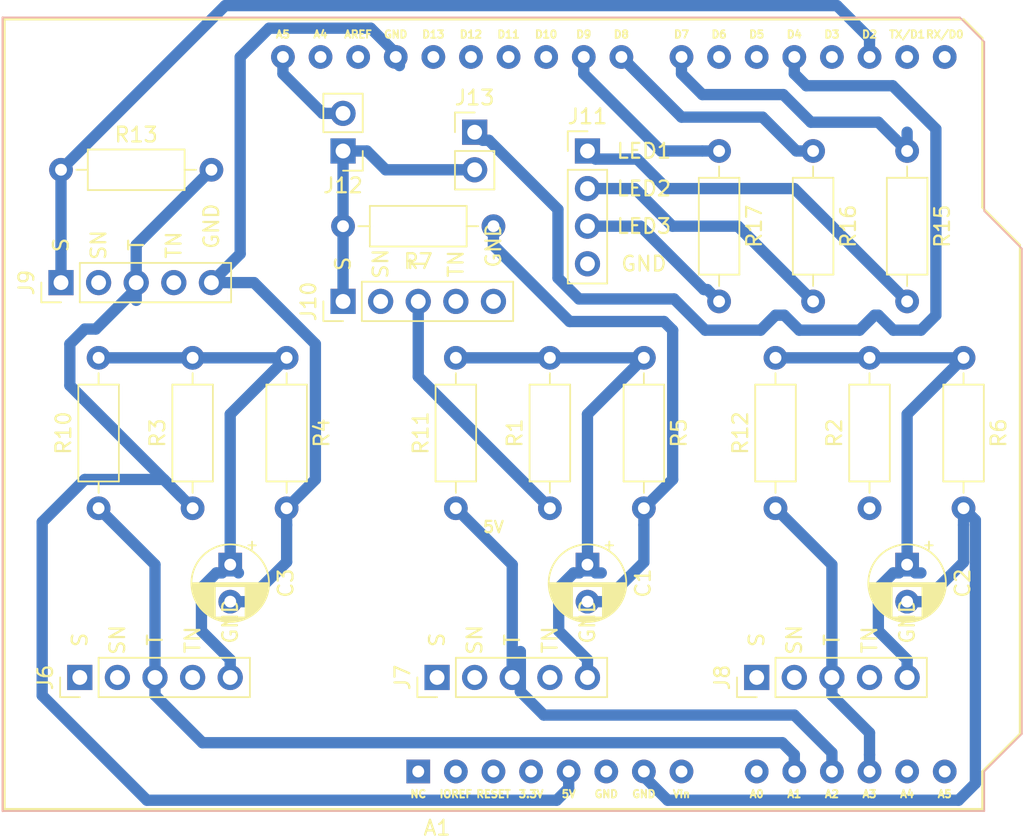
<source format=kicad_pcb>
(kicad_pcb (version 20171130) (host pcbnew 5.1.5-52549c5~84~ubuntu18.04.1)

  (general
    (thickness 1.6)
    (drawings 1)
    (tracks 180)
    (zones 0)
    (modules 26)
    (nets 53)
  )

  (page A4)
  (layers
    (0 F.Cu signal)
    (31 B.Cu signal)
    (32 B.Adhes user)
    (33 F.Adhes user)
    (34 B.Paste user)
    (35 F.Paste user)
    (36 B.SilkS user)
    (37 F.SilkS user)
    (38 B.Mask user)
    (39 F.Mask user)
    (40 Dwgs.User user)
    (41 Cmts.User user)
    (42 Eco1.User user)
    (43 Eco2.User user)
    (44 Edge.Cuts user)
    (45 Margin user)
    (46 B.CrtYd user)
    (47 F.CrtYd user)
    (48 B.Fab user)
    (49 F.Fab user)
  )

  (setup
    (last_trace_width 0.25)
    (trace_clearance 0.2)
    (zone_clearance 0.508)
    (zone_45_only no)
    (trace_min 0.2)
    (via_size 0.8)
    (via_drill 0.4)
    (via_min_size 0.4)
    (via_min_drill 0.3)
    (user_via 2.032 0.762)
    (uvia_size 0.3)
    (uvia_drill 0.1)
    (uvias_allowed no)
    (uvia_min_size 0.2)
    (uvia_min_drill 0.1)
    (edge_width 0.05)
    (segment_width 0.2)
    (pcb_text_width 0.3)
    (pcb_text_size 1.5 1.5)
    (mod_edge_width 0.12)
    (mod_text_size 1 1)
    (mod_text_width 0.15)
    (pad_size 1.524 1.524)
    (pad_drill 0.762)
    (pad_to_mask_clearance 0.051)
    (solder_mask_min_width 0.25)
    (aux_axis_origin 0 0)
    (visible_elements FFFFFF7F)
    (pcbplotparams
      (layerselection 0x010fc_ffffffff)
      (usegerberextensions false)
      (usegerberattributes false)
      (usegerberadvancedattributes false)
      (creategerberjobfile false)
      (excludeedgelayer true)
      (linewidth 0.100000)
      (plotframeref false)
      (viasonmask false)
      (mode 1)
      (useauxorigin false)
      (hpglpennumber 1)
      (hpglpenspeed 20)
      (hpglpendiameter 15.000000)
      (psnegative false)
      (psa4output false)
      (plotreference true)
      (plotvalue true)
      (plotinvisibletext false)
      (padsonsilk false)
      (subtractmaskfromsilk false)
      (outputformat 1)
      (mirror false)
      (drillshape 1)
      (scaleselection 1)
      (outputdirectory ""))
  )

  (net 0 "")
  (net 1 "Net-(A1-Pad16)")
  (net 2 "Net-(A1-Pad15)")
  (net 3 "Net-(A1-Pad30)")
  (net 4 "Net-(A1-Pad14)")
  (net 5 /GND)
  (net 6 "Net-(A1-Pad13)")
  (net 7 "Net-(A1-Pad28)")
  (net 8 "Net-(A1-Pad12)")
  (net 9 "Net-(A1-Pad27)")
  (net 10 "Net-(A1-Pad11)")
  (net 11 "Net-(A1-Pad26)")
  (net 12 "Net-(A1-Pad10)")
  (net 13 "Net-(A1-Pad25)")
  (net 14 "Net-(A1-Pad9)")
  (net 15 "Net-(A1-Pad24)")
  (net 16 "Net-(A1-Pad8)")
  (net 17 "Net-(A1-Pad23)")
  (net 18 "Net-(A1-Pad22)")
  (net 19 "Net-(A1-Pad6)")
  (net 20 "Net-(A1-Pad21)")
  (net 21 /Collector)
  (net 22 "Net-(A1-Pad20)")
  (net 23 "Net-(A1-Pad4)")
  (net 24 /Emitter)
  (net 25 "Net-(A1-Pad3)")
  (net 26 "Net-(A1-Pad18)")
  (net 27 "Net-(A1-Pad2)")
  (net 28 /Data)
  (net 29 "Net-(A1-Pad1)")
  (net 30 "Net-(A1-Pad31)")
  (net 31 "Net-(A1-Pad32)")
  (net 32 "Net-(C1-Pad1)")
  (net 33 "Net-(C2-Pad1)")
  (net 34 "Net-(C3-Pad1)")
  (net 35 "Net-(D1-Pad2)")
  (net 36 "Net-(D2-Pad2)")
  (net 37 "Net-(D3-Pad2)")
  (net 38 "Net-(J6-Pad4)")
  (net 39 "Net-(J6-Pad2)")
  (net 40 "Net-(J6-Pad1)")
  (net 41 "Net-(J7-Pad4)")
  (net 42 "Net-(J7-Pad2)")
  (net 43 "Net-(J7-Pad1)")
  (net 44 "Net-(J8-Pad4)")
  (net 45 "Net-(J8-Pad2)")
  (net 46 "Net-(J8-Pad1)")
  (net 47 "Net-(J9-Pad4)")
  (net 48 "Net-(J9-Pad2)")
  (net 49 "Net-(J10-Pad5)")
  (net 50 "Net-(J10-Pad4)")
  (net 51 "Net-(J10-Pad2)")
  (net 52 "Net-(A1-Pad19)")

  (net_class Default "This is the default net class."
    (clearance 0.2)
    (trace_width 0.25)
    (via_dia 0.8)
    (via_drill 0.4)
    (uvia_dia 0.3)
    (uvia_drill 0.1)
  )

  (net_class 20 ""
    (clearance 0.2)
    (trace_width 0.508)
    (via_dia 0.8)
    (via_drill 0.4)
    (uvia_dia 0.3)
    (uvia_drill 0.1)
  )

  (net_class 30 ""
    (clearance 0.762)
    (trace_width 0.762)
    (via_dia 2.032)
    (via_drill 0.762)
    (uvia_dia 0.3)
    (uvia_drill 0.1)
    (add_net /Collector)
    (add_net /Data)
    (add_net /Emitter)
    (add_net /GND)
    (add_net "Net-(A1-Pad1)")
    (add_net "Net-(A1-Pad10)")
    (add_net "Net-(A1-Pad11)")
    (add_net "Net-(A1-Pad12)")
    (add_net "Net-(A1-Pad13)")
    (add_net "Net-(A1-Pad14)")
    (add_net "Net-(A1-Pad15)")
    (add_net "Net-(A1-Pad16)")
    (add_net "Net-(A1-Pad18)")
    (add_net "Net-(A1-Pad19)")
    (add_net "Net-(A1-Pad2)")
    (add_net "Net-(A1-Pad20)")
    (add_net "Net-(A1-Pad21)")
    (add_net "Net-(A1-Pad22)")
    (add_net "Net-(A1-Pad23)")
    (add_net "Net-(A1-Pad24)")
    (add_net "Net-(A1-Pad25)")
    (add_net "Net-(A1-Pad26)")
    (add_net "Net-(A1-Pad27)")
    (add_net "Net-(A1-Pad28)")
    (add_net "Net-(A1-Pad3)")
    (add_net "Net-(A1-Pad30)")
    (add_net "Net-(A1-Pad31)")
    (add_net "Net-(A1-Pad32)")
    (add_net "Net-(A1-Pad4)")
    (add_net "Net-(A1-Pad6)")
    (add_net "Net-(A1-Pad8)")
    (add_net "Net-(A1-Pad9)")
    (add_net "Net-(C1-Pad1)")
    (add_net "Net-(C2-Pad1)")
    (add_net "Net-(C3-Pad1)")
    (add_net "Net-(D1-Pad2)")
    (add_net "Net-(D2-Pad2)")
    (add_net "Net-(D3-Pad2)")
    (add_net "Net-(J10-Pad2)")
    (add_net "Net-(J10-Pad4)")
    (add_net "Net-(J10-Pad5)")
    (add_net "Net-(J6-Pad1)")
    (add_net "Net-(J6-Pad2)")
    (add_net "Net-(J6-Pad4)")
    (add_net "Net-(J7-Pad1)")
    (add_net "Net-(J7-Pad2)")
    (add_net "Net-(J7-Pad4)")
    (add_net "Net-(J8-Pad1)")
    (add_net "Net-(J8-Pad2)")
    (add_net "Net-(J8-Pad4)")
    (add_net "Net-(J9-Pad2)")
    (add_net "Net-(J9-Pad4)")
  )

  (module My_Arduino:Arduino_UNO_R3_shield (layer F.Cu) (tedit 5E485A86) (tstamp 5E48FF7D)
    (at 133.35 109.22)
    (descr "Arduino UNO R3, http://www.mouser.com/pdfdocs/Gravitech_Arduino_Nano3_0.pdf")
    (tags "Arduino UNO R3")
    (path /5E4000FE)
    (fp_text reference A1 (at 1.27 3.81 180) (layer F.SilkS)
      (effects (font (size 1 1) (thickness 0.15)))
    )
    (fp_text value Arduino_UNO_R3 (at 0 -22.86) (layer F.Fab) hide
      (effects (font (size 1 1) (thickness 0.15)))
    )
    (fp_text user A5 (at -9.144 -49.784) (layer F.SilkS)
      (effects (font (size 0.508 0.508) (thickness 0.127)))
    )
    (fp_text user A4 (at -6.604 -49.784) (layer F.SilkS)
      (effects (font (size 0.508 0.508) (thickness 0.127)))
    )
    (fp_text user AREF (at -4.064 -49.784) (layer F.SilkS)
      (effects (font (size 0.508 0.508) (thickness 0.127)))
    )
    (fp_text user GND (at -1.524 -49.784) (layer F.SilkS)
      (effects (font (size 0.508 0.508) (thickness 0.127)))
    )
    (fp_text user D13 (at 1.016 -49.784) (layer F.SilkS)
      (effects (font (size 0.508 0.508) (thickness 0.127)))
    )
    (fp_text user D12 (at 3.556 -49.784) (layer F.SilkS)
      (effects (font (size 0.508 0.508) (thickness 0.127)))
    )
    (fp_text user D11 (at 6.096 -49.784) (layer F.SilkS)
      (effects (font (size 0.508 0.508) (thickness 0.127)))
    )
    (fp_text user D10 (at 8.636 -49.784) (layer F.SilkS)
      (effects (font (size 0.508 0.508) (thickness 0.127)))
    )
    (fp_text user D9 (at 11.176 -49.784) (layer F.SilkS)
      (effects (font (size 0.508 0.508) (thickness 0.127)))
    )
    (fp_text user D8 (at 13.716 -49.784) (layer F.SilkS)
      (effects (font (size 0.508 0.508) (thickness 0.127)))
    )
    (fp_text user D7 (at 17.78 -49.784) (layer F.SilkS)
      (effects (font (size 0.508 0.508) (thickness 0.127)))
    )
    (fp_text user D6 (at 20.32 -49.784) (layer F.SilkS)
      (effects (font (size 0.508 0.508) (thickness 0.127)))
    )
    (fp_text user D5 (at 22.86 -49.784) (layer F.SilkS)
      (effects (font (size 0.508 0.508) (thickness 0.127)))
    )
    (fp_text user D4 (at 25.4 -49.784) (layer F.SilkS)
      (effects (font (size 0.508 0.508) (thickness 0.127)))
    )
    (fp_text user D3 (at 27.94 -49.784) (layer F.SilkS)
      (effects (font (size 0.508 0.508) (thickness 0.127)))
    )
    (fp_text user D2 (at 30.48 -49.784) (layer F.SilkS)
      (effects (font (size 0.508 0.508) (thickness 0.127)))
    )
    (fp_text user TX/D1 (at 33.02 -49.784) (layer F.SilkS)
      (effects (font (size 0.508 0.508) (thickness 0.127)))
    )
    (fp_text user RX/D0 (at 35.56 -49.784) (layer F.SilkS)
      (effects (font (size 0.508 0.508) (thickness 0.127)))
    )
    (fp_text user A5 (at 35.56 1.524) (layer F.SilkS)
      (effects (font (size 0.508 0.508) (thickness 0.127)))
    )
    (fp_text user A4 (at 33.02 1.524) (layer F.SilkS)
      (effects (font (size 0.508 0.508) (thickness 0.127)))
    )
    (fp_text user A3 (at 30.48 1.524) (layer F.SilkS)
      (effects (font (size 0.508 0.508) (thickness 0.127)))
    )
    (fp_text user A2 (at 27.94 1.524) (layer F.SilkS)
      (effects (font (size 0.508 0.508) (thickness 0.127)))
    )
    (fp_text user A1 (at 25.4 1.524) (layer F.SilkS)
      (effects (font (size 0.508 0.508) (thickness 0.127)))
    )
    (fp_text user A0 (at 22.86 1.524) (layer F.SilkS)
      (effects (font (size 0.508 0.508) (thickness 0.127)))
    )
    (fp_text user Vin (at 17.78 1.524) (layer F.SilkS)
      (effects (font (size 0.508 0.508) (thickness 0.127)))
    )
    (fp_text user GND (at 15.24 1.524) (layer F.SilkS)
      (effects (font (size 0.508 0.508) (thickness 0.127)))
    )
    (fp_text user GND (at 12.7 1.524) (layer F.SilkS)
      (effects (font (size 0.508 0.508) (thickness 0.127)))
    )
    (fp_text user RESET (at 5.08 1.524) (layer F.SilkS)
      (effects (font (size 0.508 0.508) (thickness 0.127)))
    )
    (fp_text user 5V (at 10.16 1.524) (layer F.SilkS)
      (effects (font (size 0.508 0.508) (thickness 0.127)))
    )
    (fp_text user 3.3V (at 7.62 1.524) (layer F.SilkS)
      (effects (font (size 0.508 0.508) (thickness 0.127)))
    )
    (fp_text user IOREF (at 2.54 1.524) (layer F.SilkS)
      (effects (font (size 0.508 0.508) (thickness 0.127)))
    )
    (fp_text user NC (at 0 1.524) (layer F.SilkS)
      (effects (font (size 0.508 0.508) (thickness 0.127)))
    )
    (fp_line (start -27.94 2.54) (end 38.1 2.54) (layer F.CrtYd) (width 0.12))
    (fp_line (start -27.94 -50.8) (end -27.94 2.54) (layer F.CrtYd) (width 0.12))
    (fp_line (start 36.83 -50.8) (end -27.94 -50.8) (layer F.CrtYd) (width 0.12))
    (fp_line (start 38.1 -49.53) (end 36.83 -50.8) (layer F.CrtYd) (width 0.12))
    (fp_line (start 38.1 -38.1) (end 38.1 -49.53) (layer F.CrtYd) (width 0.12))
    (fp_line (start 40.64 -35.56) (end 38.1 -38.1) (layer F.CrtYd) (width 0.12))
    (fp_line (start 40.64 -2.54) (end 40.64 -35.56) (layer F.CrtYd) (width 0.12))
    (fp_line (start 38.1 0) (end 40.64 -2.54) (layer F.CrtYd) (width 0.12))
    (fp_line (start 38.1 2.54) (end 38.1 0) (layer F.CrtYd) (width 0.12))
    (fp_line (start -27.94 2.54) (end 38.1 2.54) (layer F.SilkS) (width 0.15))
    (fp_line (start -27.94 -50.8) (end -27.94 2.54) (layer F.SilkS) (width 0.15))
    (fp_line (start 36.83 -50.8) (end -27.94 -50.8) (layer F.SilkS) (width 0.15))
    (fp_line (start 38.1 -49.53) (end 36.83 -50.8) (layer F.SilkS) (width 0.15))
    (fp_line (start 38.1 -38.1) (end 38.1 -49.53) (layer F.SilkS) (width 0.15))
    (fp_line (start 40.64 -35.56) (end 38.1 -38.1) (layer F.SilkS) (width 0.15))
    (fp_line (start 40.64 -2.54) (end 40.64 -35.56) (layer F.SilkS) (width 0.15))
    (fp_line (start 38.1 0) (end 40.64 -2.54) (layer F.SilkS) (width 0.15))
    (fp_line (start 38.1 2.54) (end 38.1 0) (layer F.SilkS) (width 0.15))
    (fp_line (start -28.07 2.67) (end -28.07 -50.93) (layer B.SilkS) (width 0.15))
    (fp_line (start -28.19 -51.05) (end -28.19 2.79) (layer B.CrtYd) (width 0.12))
    (fp_line (start 38.23 -37.85) (end 40.77 -35.31) (layer B.SilkS) (width 0.12))
    (fp_line (start 38.23 -49.28) (end 38.23 -37.85) (layer B.SilkS) (width 0.12))
    (fp_line (start 36.58 -50.93) (end 38.23 -49.28) (layer B.SilkS) (width 0.12))
    (fp_line (start -28.07 -50.93) (end 36.58 -50.93) (layer B.SilkS) (width 0.12))
    (fp_line (start 38.23 2.67) (end -28.07 2.67) (layer B.SilkS) (width 0.12))
    (fp_line (start 38.23 0) (end 38.23 2.67) (layer B.SilkS) (width 0.12))
    (fp_line (start 40.77 -2.54) (end 38.23 0) (layer B.SilkS) (width 0.12))
    (fp_line (start 40.77 -35.31) (end 40.77 -2.54) (layer B.SilkS) (width 0.12))
    (fp_line (start -28.19 2.79) (end 38.35 2.79) (layer B.CrtYd) (width 0.05))
    (fp_line (start 36.58 -51.05) (end -28.19 -51.05) (layer B.CrtYd) (width 0.05))
    (fp_line (start 38.35 -49.28) (end 36.58 -51.05) (layer B.CrtYd) (width 0.05))
    (fp_line (start 38.35 -37.85) (end 38.35 -49.28) (layer B.CrtYd) (width 0.05))
    (fp_line (start 40.89 -35.31) (end 38.35 -37.85) (layer B.CrtYd) (width 0.05))
    (fp_line (start 40.89 -2.54) (end 40.89 -35.31) (layer B.CrtYd) (width 0.05))
    (fp_line (start 38.35 0) (end 40.89 -2.54) (layer B.CrtYd) (width 0.05))
    (fp_line (start 38.35 2.79) (end 38.35 0) (layer B.CrtYd) (width 0.05))
    (pad 16 thru_hole oval (at 33.02 -48.26 270) (size 1.6 1.6) (drill 0.8) (layers *.Cu *.Mask)
      (net 1 "Net-(A1-Pad16)"))
    (pad 15 thru_hole oval (at 35.56 -48.26 270) (size 1.6 1.6) (drill 0.8) (layers *.Cu *.Mask)
      (net 2 "Net-(A1-Pad15)"))
    (pad 30 thru_hole oval (at -4.06 -48.26 270) (size 1.6 1.6) (drill 0.8) (layers *.Cu *.Mask)
      (net 3 "Net-(A1-Pad30)"))
    (pad 14 thru_hole oval (at 35.56 0 270) (size 1.6 1.6) (drill 0.8) (layers *.Cu *.Mask)
      (net 4 "Net-(A1-Pad14)"))
    (pad 29 thru_hole oval (at -1.52 -48.26 270) (size 1.6 1.6) (drill 0.8) (layers *.Cu *.Mask)
      (net 5 /GND))
    (pad 13 thru_hole oval (at 33.02 0 270) (size 1.6 1.6) (drill 0.8) (layers *.Cu *.Mask)
      (net 6 "Net-(A1-Pad13)"))
    (pad 28 thru_hole oval (at 1.02 -48.26 270) (size 1.6 1.6) (drill 0.8) (layers *.Cu *.Mask)
      (net 7 "Net-(A1-Pad28)"))
    (pad 12 thru_hole oval (at 30.48 0 270) (size 1.6 1.6) (drill 0.8) (layers *.Cu *.Mask)
      (net 8 "Net-(A1-Pad12)"))
    (pad 27 thru_hole oval (at 3.56 -48.26 270) (size 1.6 1.6) (drill 0.8) (layers *.Cu *.Mask)
      (net 9 "Net-(A1-Pad27)"))
    (pad 11 thru_hole oval (at 27.94 0 270) (size 1.6 1.6) (drill 0.8) (layers *.Cu *.Mask)
      (net 10 "Net-(A1-Pad11)"))
    (pad 26 thru_hole oval (at 6.1 -48.26 270) (size 1.6 1.6) (drill 0.8) (layers *.Cu *.Mask)
      (net 11 "Net-(A1-Pad26)"))
    (pad 10 thru_hole oval (at 25.4 0 270) (size 1.6 1.6) (drill 0.8) (layers *.Cu *.Mask)
      (net 12 "Net-(A1-Pad10)"))
    (pad 25 thru_hole oval (at 8.64 -48.26 270) (size 1.6 1.6) (drill 0.8) (layers *.Cu *.Mask)
      (net 13 "Net-(A1-Pad25)"))
    (pad 9 thru_hole oval (at 22.86 0 270) (size 1.6 1.6) (drill 0.8) (layers *.Cu *.Mask)
      (net 14 "Net-(A1-Pad9)"))
    (pad 24 thru_hole oval (at 11.18 -48.26 270) (size 1.6 1.6) (drill 0.8) (layers *.Cu *.Mask)
      (net 15 "Net-(A1-Pad24)"))
    (pad 8 thru_hole oval (at 17.78 0 270) (size 1.6 1.6) (drill 0.8) (layers *.Cu *.Mask)
      (net 16 "Net-(A1-Pad8)"))
    (pad 23 thru_hole oval (at 13.72 -48.26 270) (size 1.6 1.6) (drill 0.8) (layers *.Cu *.Mask)
      (net 17 "Net-(A1-Pad23)"))
    (pad 7 thru_hole oval (at 15.24 0 270) (size 1.6 1.6) (drill 0.8) (layers *.Cu *.Mask)
      (net 5 /GND))
    (pad 22 thru_hole oval (at 17.78 -48.26 270) (size 1.6 1.6) (drill 0.8) (layers *.Cu *.Mask)
      (net 18 "Net-(A1-Pad22)"))
    (pad 6 thru_hole oval (at 12.7 0 270) (size 1.6 1.6) (drill 0.8) (layers *.Cu *.Mask)
      (net 19 "Net-(A1-Pad6)"))
    (pad 21 thru_hole oval (at 20.32 -48.26 270) (size 1.6 1.6) (drill 0.8) (layers *.Cu *.Mask)
      (net 20 "Net-(A1-Pad21)"))
    (pad 5 thru_hole oval (at 10.16 0 270) (size 1.6 1.6) (drill 0.8) (layers *.Cu *.Mask)
      (net 21 /Collector))
    (pad 20 thru_hole oval (at 22.86 -48.26 270) (size 1.6 1.6) (drill 0.8) (layers *.Cu *.Mask)
      (net 22 "Net-(A1-Pad20)"))
    (pad 4 thru_hole oval (at 7.62 0 270) (size 1.6 1.6) (drill 0.8) (layers *.Cu *.Mask)
      (net 23 "Net-(A1-Pad4)"))
    (pad 19 thru_hole oval (at 25.4 -48.26 270) (size 1.6 1.6) (drill 0.8) (layers *.Cu *.Mask)
      (net 52 "Net-(A1-Pad19)"))
    (pad 3 thru_hole oval (at 5.08 0 270) (size 1.6 1.6) (drill 0.8) (layers *.Cu *.Mask)
      (net 25 "Net-(A1-Pad3)"))
    (pad 18 thru_hole oval (at 27.94 -48.26 270) (size 1.6 1.6) (drill 0.8) (layers *.Cu *.Mask)
      (net 26 "Net-(A1-Pad18)"))
    (pad 2 thru_hole oval (at 2.54 0 270) (size 1.6 1.6) (drill 0.8) (layers *.Cu *.Mask)
      (net 27 "Net-(A1-Pad2)"))
    (pad 17 thru_hole oval (at 30.48 -48.26 270) (size 1.6 1.6) (drill 0.8) (layers *.Cu *.Mask)
      (net 28 /Data))
    (pad 1 thru_hole rect (at 0 0 270) (size 1.6 1.6) (drill 0.8) (layers *.Cu *.Mask)
      (net 29 "Net-(A1-Pad1)"))
    (pad 31 thru_hole oval (at -6.6 -48.26 270) (size 1.6 1.6) (drill 0.8) (layers *.Cu *.Mask)
      (net 30 "Net-(A1-Pad31)"))
    (pad 32 thru_hole oval (at -9.14 -48.26 270) (size 1.6 1.6) (drill 0.8) (layers *.Cu *.Mask)
      (net 31 "Net-(A1-Pad32)"))
    (model ${KISYS3DMOD}/Module.3dshapes/Arduino_UNO_R3.wrl
      (at (xyz 0 0 0))
      (scale (xyz 1 1 1))
      (rotate (xyz 0 0 0))
    )
  )

  (module Connector_PinHeader_2.54mm:PinHeader_1x02_P2.54mm_Vertical (layer F.Cu) (tedit 59FED5CC) (tstamp 5E4864C9)
    (at 137.16 66.04)
    (descr "Through hole straight pin header, 1x02, 2.54mm pitch, single row")
    (tags "Through hole pin header THT 1x02 2.54mm single row")
    (path /5E4D0334)
    (fp_text reference J13 (at 0 -2.33) (layer F.SilkS)
      (effects (font (size 1 1) (thickness 0.15)))
    )
    (fp_text value Conn_01x02_Male (at 0 4.87 90) (layer F.Fab) hide
      (effects (font (size 1 1) (thickness 0.15)))
    )
    (fp_text user %R (at 0 1.27 90) (layer F.Fab)
      (effects (font (size 1 1) (thickness 0.15)))
    )
    (fp_line (start 1.8 -1.8) (end -1.8 -1.8) (layer F.CrtYd) (width 0.05))
    (fp_line (start 1.8 4.35) (end 1.8 -1.8) (layer F.CrtYd) (width 0.05))
    (fp_line (start -1.8 4.35) (end 1.8 4.35) (layer F.CrtYd) (width 0.05))
    (fp_line (start -1.8 -1.8) (end -1.8 4.35) (layer F.CrtYd) (width 0.05))
    (fp_line (start -1.33 -1.33) (end 0 -1.33) (layer F.SilkS) (width 0.12))
    (fp_line (start -1.33 0) (end -1.33 -1.33) (layer F.SilkS) (width 0.12))
    (fp_line (start -1.33 1.27) (end 1.33 1.27) (layer F.SilkS) (width 0.12))
    (fp_line (start 1.33 1.27) (end 1.33 3.87) (layer F.SilkS) (width 0.12))
    (fp_line (start -1.33 1.27) (end -1.33 3.87) (layer F.SilkS) (width 0.12))
    (fp_line (start -1.33 3.87) (end 1.33 3.87) (layer F.SilkS) (width 0.12))
    (fp_line (start -1.27 -0.635) (end -0.635 -1.27) (layer F.Fab) (width 0.1))
    (fp_line (start -1.27 3.81) (end -1.27 -0.635) (layer F.Fab) (width 0.1))
    (fp_line (start 1.27 3.81) (end -1.27 3.81) (layer F.Fab) (width 0.1))
    (fp_line (start 1.27 -1.27) (end 1.27 3.81) (layer F.Fab) (width 0.1))
    (fp_line (start -0.635 -1.27) (end 1.27 -1.27) (layer F.Fab) (width 0.1))
    (pad 2 thru_hole oval (at 0 2.54) (size 1.7 1.7) (drill 1) (layers *.Cu *.Mask)
      (net 24 /Emitter))
    (pad 1 thru_hole rect (at 0 0) (size 1.7 1.7) (drill 1) (layers *.Cu *.Mask)
      (net 52 "Net-(A1-Pad19)"))
    (model ${KISYS3DMOD}/Connector_PinHeader_2.54mm.3dshapes/PinHeader_1x02_P2.54mm_Vertical.wrl
      (at (xyz 0 0 0))
      (scale (xyz 1 1 1))
      (rotate (xyz 0 0 0))
    )
  )

  (module Connector_PinHeader_2.54mm:PinHeader_1x02_P2.54mm_Vertical (layer F.Cu) (tedit 59FED5CC) (tstamp 5E4864B3)
    (at 128.27 67.31 180)
    (descr "Through hole straight pin header, 1x02, 2.54mm pitch, single row")
    (tags "Through hole pin header THT 1x02 2.54mm single row")
    (path /5E4F32DC)
    (fp_text reference J12 (at 0 -2.33) (layer F.SilkS)
      (effects (font (size 1 1) (thickness 0.15)))
    )
    (fp_text value Conn_01x02_Male (at 0 4.87) (layer F.Fab) hide
      (effects (font (size 1 1) (thickness 0.15)))
    )
    (fp_text user %R (at 0 1.27 90) (layer F.Fab)
      (effects (font (size 1 1) (thickness 0.15)))
    )
    (fp_line (start 1.8 -1.8) (end -1.8 -1.8) (layer F.CrtYd) (width 0.05))
    (fp_line (start 1.8 4.35) (end 1.8 -1.8) (layer F.CrtYd) (width 0.05))
    (fp_line (start -1.8 4.35) (end 1.8 4.35) (layer F.CrtYd) (width 0.05))
    (fp_line (start -1.8 -1.8) (end -1.8 4.35) (layer F.CrtYd) (width 0.05))
    (fp_line (start -1.33 -1.33) (end 0 -1.33) (layer F.SilkS) (width 0.12))
    (fp_line (start -1.33 0) (end -1.33 -1.33) (layer F.SilkS) (width 0.12))
    (fp_line (start -1.33 1.27) (end 1.33 1.27) (layer F.SilkS) (width 0.12))
    (fp_line (start 1.33 1.27) (end 1.33 3.87) (layer F.SilkS) (width 0.12))
    (fp_line (start -1.33 1.27) (end -1.33 3.87) (layer F.SilkS) (width 0.12))
    (fp_line (start -1.33 3.87) (end 1.33 3.87) (layer F.SilkS) (width 0.12))
    (fp_line (start -1.27 -0.635) (end -0.635 -1.27) (layer F.Fab) (width 0.1))
    (fp_line (start -1.27 3.81) (end -1.27 -0.635) (layer F.Fab) (width 0.1))
    (fp_line (start 1.27 3.81) (end -1.27 3.81) (layer F.Fab) (width 0.1))
    (fp_line (start 1.27 -1.27) (end 1.27 3.81) (layer F.Fab) (width 0.1))
    (fp_line (start -0.635 -1.27) (end 1.27 -1.27) (layer F.Fab) (width 0.1))
    (pad 2 thru_hole oval (at 0 2.54 180) (size 1.7 1.7) (drill 1) (layers *.Cu *.Mask)
      (net 31 "Net-(A1-Pad32)"))
    (pad 1 thru_hole rect (at 0 0 180) (size 1.7 1.7) (drill 1) (layers *.Cu *.Mask)
      (net 24 /Emitter))
    (model ${KISYS3DMOD}/Connector_PinHeader_2.54mm.3dshapes/PinHeader_1x02_P2.54mm_Vertical.wrl
      (at (xyz 0 0 0))
      (scale (xyz 1 1 1))
      (rotate (xyz 0 0 0))
    )
  )

  (module Resistor_THT:R_Axial_DIN0207_L6.3mm_D2.5mm_P10.16mm_Horizontal (layer F.Cu) (tedit 5AE5139B) (tstamp 5E48498E)
    (at 153.67 67.31 270)
    (descr "Resistor, Axial_DIN0207 series, Axial, Horizontal, pin pitch=10.16mm, 0.25W = 1/4W, length*diameter=6.3*2.5mm^2, http://cdn-reichelt.de/documents/datenblatt/B400/1_4W%23YAG.pdf")
    (tags "Resistor Axial_DIN0207 series Axial Horizontal pin pitch 10.16mm 0.25W = 1/4W length 6.3mm diameter 2.5mm")
    (path /5E53F657)
    (fp_text reference R17 (at 5.08 -2.37 90) (layer F.SilkS)
      (effects (font (size 1 1) (thickness 0.15)))
    )
    (fp_text value 220R (at 5.08 2.37 90) (layer F.Fab)
      (effects (font (size 1 1) (thickness 0.15)))
    )
    (fp_text user %R (at 5.08 0 90) (layer F.Fab)
      (effects (font (size 1 1) (thickness 0.15)))
    )
    (fp_line (start 11.21 -1.5) (end -1.05 -1.5) (layer F.CrtYd) (width 0.05))
    (fp_line (start 11.21 1.5) (end 11.21 -1.5) (layer F.CrtYd) (width 0.05))
    (fp_line (start -1.05 1.5) (end 11.21 1.5) (layer F.CrtYd) (width 0.05))
    (fp_line (start -1.05 -1.5) (end -1.05 1.5) (layer F.CrtYd) (width 0.05))
    (fp_line (start 9.12 0) (end 8.35 0) (layer F.SilkS) (width 0.12))
    (fp_line (start 1.04 0) (end 1.81 0) (layer F.SilkS) (width 0.12))
    (fp_line (start 8.35 -1.37) (end 1.81 -1.37) (layer F.SilkS) (width 0.12))
    (fp_line (start 8.35 1.37) (end 8.35 -1.37) (layer F.SilkS) (width 0.12))
    (fp_line (start 1.81 1.37) (end 8.35 1.37) (layer F.SilkS) (width 0.12))
    (fp_line (start 1.81 -1.37) (end 1.81 1.37) (layer F.SilkS) (width 0.12))
    (fp_line (start 10.16 0) (end 8.23 0) (layer F.Fab) (width 0.1))
    (fp_line (start 0 0) (end 1.93 0) (layer F.Fab) (width 0.1))
    (fp_line (start 8.23 -1.25) (end 1.93 -1.25) (layer F.Fab) (width 0.1))
    (fp_line (start 8.23 1.25) (end 8.23 -1.25) (layer F.Fab) (width 0.1))
    (fp_line (start 1.93 1.25) (end 8.23 1.25) (layer F.Fab) (width 0.1))
    (fp_line (start 1.93 -1.25) (end 1.93 1.25) (layer F.Fab) (width 0.1))
    (pad 2 thru_hole oval (at 10.16 0 270) (size 1.6 1.6) (drill 0.8) (layers *.Cu *.Mask)
      (net 37 "Net-(D3-Pad2)"))
    (pad 1 thru_hole circle (at 0 0 270) (size 1.6 1.6) (drill 0.8) (layers *.Cu *.Mask)
      (net 15 "Net-(A1-Pad24)"))
    (model ${KISYS3DMOD}/Resistor_THT.3dshapes/R_Axial_DIN0207_L6.3mm_D2.5mm_P10.16mm_Horizontal.wrl
      (at (xyz 0 0 0))
      (scale (xyz 1 1 1))
      (rotate (xyz 0 0 0))
    )
  )

  (module Resistor_THT:R_Axial_DIN0207_L6.3mm_D2.5mm_P10.16mm_Horizontal (layer F.Cu) (tedit 5AE5139B) (tstamp 5E484977)
    (at 160.02 67.31 270)
    (descr "Resistor, Axial_DIN0207 series, Axial, Horizontal, pin pitch=10.16mm, 0.25W = 1/4W, length*diameter=6.3*2.5mm^2, http://cdn-reichelt.de/documents/datenblatt/B400/1_4W%23YAG.pdf")
    (tags "Resistor Axial_DIN0207 series Axial Horizontal pin pitch 10.16mm 0.25W = 1/4W length 6.3mm diameter 2.5mm")
    (path /5E53C70A)
    (fp_text reference R16 (at 5.08 -2.37 90) (layer F.SilkS)
      (effects (font (size 1 1) (thickness 0.15)))
    )
    (fp_text value 220R (at 5.08 2.37 90) (layer F.Fab)
      (effects (font (size 1 1) (thickness 0.15)))
    )
    (fp_text user %R (at 5.08 0 90) (layer F.Fab)
      (effects (font (size 1 1) (thickness 0.15)))
    )
    (fp_line (start 11.21 -1.5) (end -1.05 -1.5) (layer F.CrtYd) (width 0.05))
    (fp_line (start 11.21 1.5) (end 11.21 -1.5) (layer F.CrtYd) (width 0.05))
    (fp_line (start -1.05 1.5) (end 11.21 1.5) (layer F.CrtYd) (width 0.05))
    (fp_line (start -1.05 -1.5) (end -1.05 1.5) (layer F.CrtYd) (width 0.05))
    (fp_line (start 9.12 0) (end 8.35 0) (layer F.SilkS) (width 0.12))
    (fp_line (start 1.04 0) (end 1.81 0) (layer F.SilkS) (width 0.12))
    (fp_line (start 8.35 -1.37) (end 1.81 -1.37) (layer F.SilkS) (width 0.12))
    (fp_line (start 8.35 1.37) (end 8.35 -1.37) (layer F.SilkS) (width 0.12))
    (fp_line (start 1.81 1.37) (end 8.35 1.37) (layer F.SilkS) (width 0.12))
    (fp_line (start 1.81 -1.37) (end 1.81 1.37) (layer F.SilkS) (width 0.12))
    (fp_line (start 10.16 0) (end 8.23 0) (layer F.Fab) (width 0.1))
    (fp_line (start 0 0) (end 1.93 0) (layer F.Fab) (width 0.1))
    (fp_line (start 8.23 -1.25) (end 1.93 -1.25) (layer F.Fab) (width 0.1))
    (fp_line (start 8.23 1.25) (end 8.23 -1.25) (layer F.Fab) (width 0.1))
    (fp_line (start 1.93 1.25) (end 8.23 1.25) (layer F.Fab) (width 0.1))
    (fp_line (start 1.93 -1.25) (end 1.93 1.25) (layer F.Fab) (width 0.1))
    (pad 2 thru_hole oval (at 10.16 0 270) (size 1.6 1.6) (drill 0.8) (layers *.Cu *.Mask)
      (net 36 "Net-(D2-Pad2)"))
    (pad 1 thru_hole circle (at 0 0 270) (size 1.6 1.6) (drill 0.8) (layers *.Cu *.Mask)
      (net 17 "Net-(A1-Pad23)"))
    (model ${KISYS3DMOD}/Resistor_THT.3dshapes/R_Axial_DIN0207_L6.3mm_D2.5mm_P10.16mm_Horizontal.wrl
      (at (xyz 0 0 0))
      (scale (xyz 1 1 1))
      (rotate (xyz 0 0 0))
    )
  )

  (module Resistor_THT:R_Axial_DIN0207_L6.3mm_D2.5mm_P10.16mm_Horizontal (layer F.Cu) (tedit 5AE5139B) (tstamp 5E484960)
    (at 166.37 67.31 270)
    (descr "Resistor, Axial_DIN0207 series, Axial, Horizontal, pin pitch=10.16mm, 0.25W = 1/4W, length*diameter=6.3*2.5mm^2, http://cdn-reichelt.de/documents/datenblatt/B400/1_4W%23YAG.pdf")
    (tags "Resistor Axial_DIN0207 series Axial Horizontal pin pitch 10.16mm 0.25W = 1/4W length 6.3mm diameter 2.5mm")
    (path /5E53B609)
    (fp_text reference R15 (at 5.08 -2.37 90) (layer F.SilkS)
      (effects (font (size 1 1) (thickness 0.15)))
    )
    (fp_text value 220R (at 5.08 2.37 90) (layer F.Fab)
      (effects (font (size 1 1) (thickness 0.15)))
    )
    (fp_text user %R (at 5.08 0 90) (layer F.Fab)
      (effects (font (size 1 1) (thickness 0.15)))
    )
    (fp_line (start 11.21 -1.5) (end -1.05 -1.5) (layer F.CrtYd) (width 0.05))
    (fp_line (start 11.21 1.5) (end 11.21 -1.5) (layer F.CrtYd) (width 0.05))
    (fp_line (start -1.05 1.5) (end 11.21 1.5) (layer F.CrtYd) (width 0.05))
    (fp_line (start -1.05 -1.5) (end -1.05 1.5) (layer F.CrtYd) (width 0.05))
    (fp_line (start 9.12 0) (end 8.35 0) (layer F.SilkS) (width 0.12))
    (fp_line (start 1.04 0) (end 1.81 0) (layer F.SilkS) (width 0.12))
    (fp_line (start 8.35 -1.37) (end 1.81 -1.37) (layer F.SilkS) (width 0.12))
    (fp_line (start 8.35 1.37) (end 8.35 -1.37) (layer F.SilkS) (width 0.12))
    (fp_line (start 1.81 1.37) (end 8.35 1.37) (layer F.SilkS) (width 0.12))
    (fp_line (start 1.81 -1.37) (end 1.81 1.37) (layer F.SilkS) (width 0.12))
    (fp_line (start 10.16 0) (end 8.23 0) (layer F.Fab) (width 0.1))
    (fp_line (start 0 0) (end 1.93 0) (layer F.Fab) (width 0.1))
    (fp_line (start 8.23 -1.25) (end 1.93 -1.25) (layer F.Fab) (width 0.1))
    (fp_line (start 8.23 1.25) (end 8.23 -1.25) (layer F.Fab) (width 0.1))
    (fp_line (start 1.93 1.25) (end 8.23 1.25) (layer F.Fab) (width 0.1))
    (fp_line (start 1.93 -1.25) (end 1.93 1.25) (layer F.Fab) (width 0.1))
    (pad 2 thru_hole oval (at 10.16 0 270) (size 1.6 1.6) (drill 0.8) (layers *.Cu *.Mask)
      (net 35 "Net-(D1-Pad2)"))
    (pad 1 thru_hole circle (at 0 0 270) (size 1.6 1.6) (drill 0.8) (layers *.Cu *.Mask)
      (net 18 "Net-(A1-Pad22)"))
    (model ${KISYS3DMOD}/Resistor_THT.3dshapes/R_Axial_DIN0207_L6.3mm_D2.5mm_P10.16mm_Horizontal.wrl
      (at (xyz 0 0 0))
      (scale (xyz 1 1 1))
      (rotate (xyz 0 0 0))
    )
  )

  (module Resistor_THT:R_Axial_DIN0207_L6.3mm_D2.5mm_P10.16mm_Horizontal (layer F.Cu) (tedit 5AE5139B) (tstamp 5E484949)
    (at 109.22 68.58)
    (descr "Resistor, Axial_DIN0207 series, Axial, Horizontal, pin pitch=10.16mm, 0.25W = 1/4W, length*diameter=6.3*2.5mm^2, http://cdn-reichelt.de/documents/datenblatt/B400/1_4W%23YAG.pdf")
    (tags "Resistor Axial_DIN0207 series Axial Horizontal pin pitch 10.16mm 0.25W = 1/4W length 6.3mm diameter 2.5mm")
    (path /5E4F8DCE)
    (fp_text reference R13 (at 5.08 -2.37) (layer F.SilkS)
      (effects (font (size 1 1) (thickness 0.15)))
    )
    (fp_text value 4.7k (at 5.08 2.37) (layer F.Fab)
      (effects (font (size 1 1) (thickness 0.15)))
    )
    (fp_text user %R (at 5.08 0) (layer F.Fab)
      (effects (font (size 1 1) (thickness 0.15)))
    )
    (fp_line (start 11.21 -1.5) (end -1.05 -1.5) (layer F.CrtYd) (width 0.05))
    (fp_line (start 11.21 1.5) (end 11.21 -1.5) (layer F.CrtYd) (width 0.05))
    (fp_line (start -1.05 1.5) (end 11.21 1.5) (layer F.CrtYd) (width 0.05))
    (fp_line (start -1.05 -1.5) (end -1.05 1.5) (layer F.CrtYd) (width 0.05))
    (fp_line (start 9.12 0) (end 8.35 0) (layer F.SilkS) (width 0.12))
    (fp_line (start 1.04 0) (end 1.81 0) (layer F.SilkS) (width 0.12))
    (fp_line (start 8.35 -1.37) (end 1.81 -1.37) (layer F.SilkS) (width 0.12))
    (fp_line (start 8.35 1.37) (end 8.35 -1.37) (layer F.SilkS) (width 0.12))
    (fp_line (start 1.81 1.37) (end 8.35 1.37) (layer F.SilkS) (width 0.12))
    (fp_line (start 1.81 -1.37) (end 1.81 1.37) (layer F.SilkS) (width 0.12))
    (fp_line (start 10.16 0) (end 8.23 0) (layer F.Fab) (width 0.1))
    (fp_line (start 0 0) (end 1.93 0) (layer F.Fab) (width 0.1))
    (fp_line (start 8.23 -1.25) (end 1.93 -1.25) (layer F.Fab) (width 0.1))
    (fp_line (start 8.23 1.25) (end 8.23 -1.25) (layer F.Fab) (width 0.1))
    (fp_line (start 1.93 1.25) (end 8.23 1.25) (layer F.Fab) (width 0.1))
    (fp_line (start 1.93 -1.25) (end 1.93 1.25) (layer F.Fab) (width 0.1))
    (pad 2 thru_hole oval (at 10.16 0) (size 1.6 1.6) (drill 0.8) (layers *.Cu *.Mask)
      (net 21 /Collector))
    (pad 1 thru_hole circle (at 0 0) (size 1.6 1.6) (drill 0.8) (layers *.Cu *.Mask)
      (net 28 /Data))
    (model ${KISYS3DMOD}/Resistor_THT.3dshapes/R_Axial_DIN0207_L6.3mm_D2.5mm_P10.16mm_Horizontal.wrl
      (at (xyz 0 0 0))
      (scale (xyz 1 1 1))
      (rotate (xyz 0 0 0))
    )
  )

  (module Resistor_THT:R_Axial_DIN0207_L6.3mm_D2.5mm_P10.16mm_Horizontal (layer F.Cu) (tedit 5AE5139B) (tstamp 5E484932)
    (at 157.48 91.44 90)
    (descr "Resistor, Axial_DIN0207 series, Axial, Horizontal, pin pitch=10.16mm, 0.25W = 1/4W, length*diameter=6.3*2.5mm^2, http://cdn-reichelt.de/documents/datenblatt/B400/1_4W%23YAG.pdf")
    (tags "Resistor Axial_DIN0207 series Axial Horizontal pin pitch 10.16mm 0.25W = 1/4W length 6.3mm diameter 2.5mm")
    (path /5E490841)
    (fp_text reference R12 (at 5.08 -2.37 90) (layer F.SilkS)
      (effects (font (size 1 1) (thickness 0.15)))
    )
    (fp_text value 33R (at 5.08 2.37 90) (layer F.Fab)
      (effects (font (size 1 1) (thickness 0.15)))
    )
    (fp_text user %R (at 5.08 0 90) (layer F.Fab)
      (effects (font (size 1 1) (thickness 0.15)))
    )
    (fp_line (start 11.21 -1.5) (end -1.05 -1.5) (layer F.CrtYd) (width 0.05))
    (fp_line (start 11.21 1.5) (end 11.21 -1.5) (layer F.CrtYd) (width 0.05))
    (fp_line (start -1.05 1.5) (end 11.21 1.5) (layer F.CrtYd) (width 0.05))
    (fp_line (start -1.05 -1.5) (end -1.05 1.5) (layer F.CrtYd) (width 0.05))
    (fp_line (start 9.12 0) (end 8.35 0) (layer F.SilkS) (width 0.12))
    (fp_line (start 1.04 0) (end 1.81 0) (layer F.SilkS) (width 0.12))
    (fp_line (start 8.35 -1.37) (end 1.81 -1.37) (layer F.SilkS) (width 0.12))
    (fp_line (start 8.35 1.37) (end 8.35 -1.37) (layer F.SilkS) (width 0.12))
    (fp_line (start 1.81 1.37) (end 8.35 1.37) (layer F.SilkS) (width 0.12))
    (fp_line (start 1.81 -1.37) (end 1.81 1.37) (layer F.SilkS) (width 0.12))
    (fp_line (start 10.16 0) (end 8.23 0) (layer F.Fab) (width 0.1))
    (fp_line (start 0 0) (end 1.93 0) (layer F.Fab) (width 0.1))
    (fp_line (start 8.23 -1.25) (end 1.93 -1.25) (layer F.Fab) (width 0.1))
    (fp_line (start 8.23 1.25) (end 8.23 -1.25) (layer F.Fab) (width 0.1))
    (fp_line (start 1.93 1.25) (end 8.23 1.25) (layer F.Fab) (width 0.1))
    (fp_line (start 1.93 -1.25) (end 1.93 1.25) (layer F.Fab) (width 0.1))
    (pad 2 thru_hole oval (at 10.16 0 90) (size 1.6 1.6) (drill 0.8) (layers *.Cu *.Mask)
      (net 33 "Net-(C2-Pad1)"))
    (pad 1 thru_hole circle (at 0 0 90) (size 1.6 1.6) (drill 0.8) (layers *.Cu *.Mask)
      (net 8 "Net-(A1-Pad12)"))
    (model ${KISYS3DMOD}/Resistor_THT.3dshapes/R_Axial_DIN0207_L6.3mm_D2.5mm_P10.16mm_Horizontal.wrl
      (at (xyz 0 0 0))
      (scale (xyz 1 1 1))
      (rotate (xyz 0 0 0))
    )
  )

  (module Resistor_THT:R_Axial_DIN0207_L6.3mm_D2.5mm_P10.16mm_Horizontal (layer F.Cu) (tedit 5AE5139B) (tstamp 5E48491B)
    (at 135.89 91.44 90)
    (descr "Resistor, Axial_DIN0207 series, Axial, Horizontal, pin pitch=10.16mm, 0.25W = 1/4W, length*diameter=6.3*2.5mm^2, http://cdn-reichelt.de/documents/datenblatt/B400/1_4W%23YAG.pdf")
    (tags "Resistor Axial_DIN0207 series Axial Horizontal pin pitch 10.16mm 0.25W = 1/4W length 6.3mm diameter 2.5mm")
    (path /5E469BEF)
    (fp_text reference R11 (at 5.08 -2.37 90) (layer F.SilkS)
      (effects (font (size 1 1) (thickness 0.15)))
    )
    (fp_text value 33R (at 5.08 2.37 90) (layer F.Fab)
      (effects (font (size 1 1) (thickness 0.15)))
    )
    (fp_text user %R (at 5.08 0 90) (layer F.Fab)
      (effects (font (size 1 1) (thickness 0.15)))
    )
    (fp_line (start 11.21 -1.5) (end -1.05 -1.5) (layer F.CrtYd) (width 0.05))
    (fp_line (start 11.21 1.5) (end 11.21 -1.5) (layer F.CrtYd) (width 0.05))
    (fp_line (start -1.05 1.5) (end 11.21 1.5) (layer F.CrtYd) (width 0.05))
    (fp_line (start -1.05 -1.5) (end -1.05 1.5) (layer F.CrtYd) (width 0.05))
    (fp_line (start 9.12 0) (end 8.35 0) (layer F.SilkS) (width 0.12))
    (fp_line (start 1.04 0) (end 1.81 0) (layer F.SilkS) (width 0.12))
    (fp_line (start 8.35 -1.37) (end 1.81 -1.37) (layer F.SilkS) (width 0.12))
    (fp_line (start 8.35 1.37) (end 8.35 -1.37) (layer F.SilkS) (width 0.12))
    (fp_line (start 1.81 1.37) (end 8.35 1.37) (layer F.SilkS) (width 0.12))
    (fp_line (start 1.81 -1.37) (end 1.81 1.37) (layer F.SilkS) (width 0.12))
    (fp_line (start 10.16 0) (end 8.23 0) (layer F.Fab) (width 0.1))
    (fp_line (start 0 0) (end 1.93 0) (layer F.Fab) (width 0.1))
    (fp_line (start 8.23 -1.25) (end 1.93 -1.25) (layer F.Fab) (width 0.1))
    (fp_line (start 8.23 1.25) (end 8.23 -1.25) (layer F.Fab) (width 0.1))
    (fp_line (start 1.93 1.25) (end 8.23 1.25) (layer F.Fab) (width 0.1))
    (fp_line (start 1.93 -1.25) (end 1.93 1.25) (layer F.Fab) (width 0.1))
    (pad 2 thru_hole oval (at 10.16 0 90) (size 1.6 1.6) (drill 0.8) (layers *.Cu *.Mask)
      (net 32 "Net-(C1-Pad1)"))
    (pad 1 thru_hole circle (at 0 0 90) (size 1.6 1.6) (drill 0.8) (layers *.Cu *.Mask)
      (net 10 "Net-(A1-Pad11)"))
    (model ${KISYS3DMOD}/Resistor_THT.3dshapes/R_Axial_DIN0207_L6.3mm_D2.5mm_P10.16mm_Horizontal.wrl
      (at (xyz 0 0 0))
      (scale (xyz 1 1 1))
      (rotate (xyz 0 0 0))
    )
  )

  (module Resistor_THT:R_Axial_DIN0207_L6.3mm_D2.5mm_P10.16mm_Horizontal (layer F.Cu) (tedit 5AE5139B) (tstamp 5E484904)
    (at 111.76 91.44 90)
    (descr "Resistor, Axial_DIN0207 series, Axial, Horizontal, pin pitch=10.16mm, 0.25W = 1/4W, length*diameter=6.3*2.5mm^2, http://cdn-reichelt.de/documents/datenblatt/B400/1_4W%23YAG.pdf")
    (tags "Resistor Axial_DIN0207 series Axial Horizontal pin pitch 10.16mm 0.25W = 1/4W length 6.3mm diameter 2.5mm")
    (path /5E42DB7E)
    (fp_text reference R10 (at 5.08 -2.37 90) (layer F.SilkS)
      (effects (font (size 1 1) (thickness 0.15)))
    )
    (fp_text value 33R (at 5.08 2.37 90) (layer F.Fab)
      (effects (font (size 1 1) (thickness 0.15)))
    )
    (fp_text user %R (at 5.08 0 90) (layer F.Fab)
      (effects (font (size 1 1) (thickness 0.15)))
    )
    (fp_line (start 11.21 -1.5) (end -1.05 -1.5) (layer F.CrtYd) (width 0.05))
    (fp_line (start 11.21 1.5) (end 11.21 -1.5) (layer F.CrtYd) (width 0.05))
    (fp_line (start -1.05 1.5) (end 11.21 1.5) (layer F.CrtYd) (width 0.05))
    (fp_line (start -1.05 -1.5) (end -1.05 1.5) (layer F.CrtYd) (width 0.05))
    (fp_line (start 9.12 0) (end 8.35 0) (layer F.SilkS) (width 0.12))
    (fp_line (start 1.04 0) (end 1.81 0) (layer F.SilkS) (width 0.12))
    (fp_line (start 8.35 -1.37) (end 1.81 -1.37) (layer F.SilkS) (width 0.12))
    (fp_line (start 8.35 1.37) (end 8.35 -1.37) (layer F.SilkS) (width 0.12))
    (fp_line (start 1.81 1.37) (end 8.35 1.37) (layer F.SilkS) (width 0.12))
    (fp_line (start 1.81 -1.37) (end 1.81 1.37) (layer F.SilkS) (width 0.12))
    (fp_line (start 10.16 0) (end 8.23 0) (layer F.Fab) (width 0.1))
    (fp_line (start 0 0) (end 1.93 0) (layer F.Fab) (width 0.1))
    (fp_line (start 8.23 -1.25) (end 1.93 -1.25) (layer F.Fab) (width 0.1))
    (fp_line (start 8.23 1.25) (end 8.23 -1.25) (layer F.Fab) (width 0.1))
    (fp_line (start 1.93 1.25) (end 8.23 1.25) (layer F.Fab) (width 0.1))
    (fp_line (start 1.93 -1.25) (end 1.93 1.25) (layer F.Fab) (width 0.1))
    (pad 2 thru_hole oval (at 10.16 0 90) (size 1.6 1.6) (drill 0.8) (layers *.Cu *.Mask)
      (net 34 "Net-(C3-Pad1)"))
    (pad 1 thru_hole circle (at 0 0 90) (size 1.6 1.6) (drill 0.8) (layers *.Cu *.Mask)
      (net 12 "Net-(A1-Pad10)"))
    (model ${KISYS3DMOD}/Resistor_THT.3dshapes/R_Axial_DIN0207_L6.3mm_D2.5mm_P10.16mm_Horizontal.wrl
      (at (xyz 0 0 0))
      (scale (xyz 1 1 1))
      (rotate (xyz 0 0 0))
    )
  )

  (module Resistor_THT:R_Axial_DIN0207_L6.3mm_D2.5mm_P10.16mm_Horizontal (layer F.Cu) (tedit 5AE5139B) (tstamp 5E4848ED)
    (at 138.43 72.39 180)
    (descr "Resistor, Axial_DIN0207 series, Axial, Horizontal, pin pitch=10.16mm, 0.25W = 1/4W, length*diameter=6.3*2.5mm^2, http://cdn-reichelt.de/documents/datenblatt/B400/1_4W%23YAG.pdf")
    (tags "Resistor Axial_DIN0207 series Axial Horizontal pin pitch 10.16mm 0.25W = 1/4W length 6.3mm diameter 2.5mm")
    (path /5E613A8C)
    (fp_text reference R7 (at 5.08 -2.37) (layer F.SilkS)
      (effects (font (size 1 1) (thickness 0.15)))
    )
    (fp_text value 1k (at 5.08 2.37) (layer F.Fab)
      (effects (font (size 1 1) (thickness 0.15)))
    )
    (fp_text user %R (at 5.08 0) (layer F.Fab)
      (effects (font (size 1 1) (thickness 0.15)))
    )
    (fp_line (start 11.21 -1.5) (end -1.05 -1.5) (layer F.CrtYd) (width 0.05))
    (fp_line (start 11.21 1.5) (end 11.21 -1.5) (layer F.CrtYd) (width 0.05))
    (fp_line (start -1.05 1.5) (end 11.21 1.5) (layer F.CrtYd) (width 0.05))
    (fp_line (start -1.05 -1.5) (end -1.05 1.5) (layer F.CrtYd) (width 0.05))
    (fp_line (start 9.12 0) (end 8.35 0) (layer F.SilkS) (width 0.12))
    (fp_line (start 1.04 0) (end 1.81 0) (layer F.SilkS) (width 0.12))
    (fp_line (start 8.35 -1.37) (end 1.81 -1.37) (layer F.SilkS) (width 0.12))
    (fp_line (start 8.35 1.37) (end 8.35 -1.37) (layer F.SilkS) (width 0.12))
    (fp_line (start 1.81 1.37) (end 8.35 1.37) (layer F.SilkS) (width 0.12))
    (fp_line (start 1.81 -1.37) (end 1.81 1.37) (layer F.SilkS) (width 0.12))
    (fp_line (start 10.16 0) (end 8.23 0) (layer F.Fab) (width 0.1))
    (fp_line (start 0 0) (end 1.93 0) (layer F.Fab) (width 0.1))
    (fp_line (start 8.23 -1.25) (end 1.93 -1.25) (layer F.Fab) (width 0.1))
    (fp_line (start 8.23 1.25) (end 8.23 -1.25) (layer F.Fab) (width 0.1))
    (fp_line (start 1.93 1.25) (end 8.23 1.25) (layer F.Fab) (width 0.1))
    (fp_line (start 1.93 -1.25) (end 1.93 1.25) (layer F.Fab) (width 0.1))
    (pad 2 thru_hole oval (at 10.16 0 180) (size 1.6 1.6) (drill 0.8) (layers *.Cu *.Mask)
      (net 24 /Emitter))
    (pad 1 thru_hole circle (at 0 0 180) (size 1.6 1.6) (drill 0.8) (layers *.Cu *.Mask)
      (net 5 /GND))
    (model ${KISYS3DMOD}/Resistor_THT.3dshapes/R_Axial_DIN0207_L6.3mm_D2.5mm_P10.16mm_Horizontal.wrl
      (at (xyz 0 0 0))
      (scale (xyz 1 1 1))
      (rotate (xyz 0 0 0))
    )
  )

  (module Resistor_THT:R_Axial_DIN0207_L6.3mm_D2.5mm_P10.16mm_Horizontal (layer F.Cu) (tedit 5AE5139B) (tstamp 5E4848D6)
    (at 170.18 81.28 270)
    (descr "Resistor, Axial_DIN0207 series, Axial, Horizontal, pin pitch=10.16mm, 0.25W = 1/4W, length*diameter=6.3*2.5mm^2, http://cdn-reichelt.de/documents/datenblatt/B400/1_4W%23YAG.pdf")
    (tags "Resistor Axial_DIN0207 series Axial Horizontal pin pitch 10.16mm 0.25W = 1/4W length 6.3mm diameter 2.5mm")
    (path /5E4A0502)
    (fp_text reference R6 (at 5.08 -2.37 90) (layer F.SilkS)
      (effects (font (size 1 1) (thickness 0.15)))
    )
    (fp_text value 10k (at 5.08 2.37 90) (layer F.Fab)
      (effects (font (size 1 1) (thickness 0.15)))
    )
    (fp_text user %R (at 5.08 0 90) (layer F.Fab)
      (effects (font (size 1 1) (thickness 0.15)))
    )
    (fp_line (start 11.21 -1.5) (end -1.05 -1.5) (layer F.CrtYd) (width 0.05))
    (fp_line (start 11.21 1.5) (end 11.21 -1.5) (layer F.CrtYd) (width 0.05))
    (fp_line (start -1.05 1.5) (end 11.21 1.5) (layer F.CrtYd) (width 0.05))
    (fp_line (start -1.05 -1.5) (end -1.05 1.5) (layer F.CrtYd) (width 0.05))
    (fp_line (start 9.12 0) (end 8.35 0) (layer F.SilkS) (width 0.12))
    (fp_line (start 1.04 0) (end 1.81 0) (layer F.SilkS) (width 0.12))
    (fp_line (start 8.35 -1.37) (end 1.81 -1.37) (layer F.SilkS) (width 0.12))
    (fp_line (start 8.35 1.37) (end 8.35 -1.37) (layer F.SilkS) (width 0.12))
    (fp_line (start 1.81 1.37) (end 8.35 1.37) (layer F.SilkS) (width 0.12))
    (fp_line (start 1.81 -1.37) (end 1.81 1.37) (layer F.SilkS) (width 0.12))
    (fp_line (start 10.16 0) (end 8.23 0) (layer F.Fab) (width 0.1))
    (fp_line (start 0 0) (end 1.93 0) (layer F.Fab) (width 0.1))
    (fp_line (start 8.23 -1.25) (end 1.93 -1.25) (layer F.Fab) (width 0.1))
    (fp_line (start 8.23 1.25) (end 8.23 -1.25) (layer F.Fab) (width 0.1))
    (fp_line (start 1.93 1.25) (end 8.23 1.25) (layer F.Fab) (width 0.1))
    (fp_line (start 1.93 -1.25) (end 1.93 1.25) (layer F.Fab) (width 0.1))
    (pad 2 thru_hole oval (at 10.16 0 270) (size 1.6 1.6) (drill 0.8) (layers *.Cu *.Mask)
      (net 5 /GND))
    (pad 1 thru_hole circle (at 0 0 270) (size 1.6 1.6) (drill 0.8) (layers *.Cu *.Mask)
      (net 33 "Net-(C2-Pad1)"))
    (model ${KISYS3DMOD}/Resistor_THT.3dshapes/R_Axial_DIN0207_L6.3mm_D2.5mm_P10.16mm_Horizontal.wrl
      (at (xyz 0 0 0))
      (scale (xyz 1 1 1))
      (rotate (xyz 0 0 0))
    )
  )

  (module Resistor_THT:R_Axial_DIN0207_L6.3mm_D2.5mm_P10.16mm_Horizontal (layer F.Cu) (tedit 5AE5139B) (tstamp 5E4848BF)
    (at 148.59 81.28 270)
    (descr "Resistor, Axial_DIN0207 series, Axial, Horizontal, pin pitch=10.16mm, 0.25W = 1/4W, length*diameter=6.3*2.5mm^2, http://cdn-reichelt.de/documents/datenblatt/B400/1_4W%23YAG.pdf")
    (tags "Resistor Axial_DIN0207 series Axial Horizontal pin pitch 10.16mm 0.25W = 1/4W length 6.3mm diameter 2.5mm")
    (path /5E4700C7)
    (fp_text reference R5 (at 5.08 -2.37 90) (layer F.SilkS)
      (effects (font (size 1 1) (thickness 0.15)))
    )
    (fp_text value 10k (at 5.08 2.37 90) (layer F.Fab)
      (effects (font (size 1 1) (thickness 0.15)))
    )
    (fp_text user %R (at 5.08 0 90) (layer F.Fab)
      (effects (font (size 1 1) (thickness 0.15)))
    )
    (fp_line (start 11.21 -1.5) (end -1.05 -1.5) (layer F.CrtYd) (width 0.05))
    (fp_line (start 11.21 1.5) (end 11.21 -1.5) (layer F.CrtYd) (width 0.05))
    (fp_line (start -1.05 1.5) (end 11.21 1.5) (layer F.CrtYd) (width 0.05))
    (fp_line (start -1.05 -1.5) (end -1.05 1.5) (layer F.CrtYd) (width 0.05))
    (fp_line (start 9.12 0) (end 8.35 0) (layer F.SilkS) (width 0.12))
    (fp_line (start 1.04 0) (end 1.81 0) (layer F.SilkS) (width 0.12))
    (fp_line (start 8.35 -1.37) (end 1.81 -1.37) (layer F.SilkS) (width 0.12))
    (fp_line (start 8.35 1.37) (end 8.35 -1.37) (layer F.SilkS) (width 0.12))
    (fp_line (start 1.81 1.37) (end 8.35 1.37) (layer F.SilkS) (width 0.12))
    (fp_line (start 1.81 -1.37) (end 1.81 1.37) (layer F.SilkS) (width 0.12))
    (fp_line (start 10.16 0) (end 8.23 0) (layer F.Fab) (width 0.1))
    (fp_line (start 0 0) (end 1.93 0) (layer F.Fab) (width 0.1))
    (fp_line (start 8.23 -1.25) (end 1.93 -1.25) (layer F.Fab) (width 0.1))
    (fp_line (start 8.23 1.25) (end 8.23 -1.25) (layer F.Fab) (width 0.1))
    (fp_line (start 1.93 1.25) (end 8.23 1.25) (layer F.Fab) (width 0.1))
    (fp_line (start 1.93 -1.25) (end 1.93 1.25) (layer F.Fab) (width 0.1))
    (pad 2 thru_hole oval (at 10.16 0 270) (size 1.6 1.6) (drill 0.8) (layers *.Cu *.Mask)
      (net 5 /GND))
    (pad 1 thru_hole circle (at 0 0 270) (size 1.6 1.6) (drill 0.8) (layers *.Cu *.Mask)
      (net 32 "Net-(C1-Pad1)"))
    (model ${KISYS3DMOD}/Resistor_THT.3dshapes/R_Axial_DIN0207_L6.3mm_D2.5mm_P10.16mm_Horizontal.wrl
      (at (xyz 0 0 0))
      (scale (xyz 1 1 1))
      (rotate (xyz 0 0 0))
    )
  )

  (module Resistor_THT:R_Axial_DIN0207_L6.3mm_D2.5mm_P10.16mm_Horizontal (layer F.Cu) (tedit 5AE5139B) (tstamp 5E4848A8)
    (at 124.46 81.28 270)
    (descr "Resistor, Axial_DIN0207 series, Axial, Horizontal, pin pitch=10.16mm, 0.25W = 1/4W, length*diameter=6.3*2.5mm^2, http://cdn-reichelt.de/documents/datenblatt/B400/1_4W%23YAG.pdf")
    (tags "Resistor Axial_DIN0207 series Axial Horizontal pin pitch 10.16mm 0.25W = 1/4W length 6.3mm diameter 2.5mm")
    (path /5E443359)
    (fp_text reference R4 (at 5.08 -2.37 90) (layer F.SilkS)
      (effects (font (size 1 1) (thickness 0.15)))
    )
    (fp_text value 10k (at 5.08 2.37 90) (layer F.Fab)
      (effects (font (size 1 1) (thickness 0.15)))
    )
    (fp_text user %R (at 5.08 0 90) (layer F.Fab)
      (effects (font (size 1 1) (thickness 0.15)))
    )
    (fp_line (start 11.21 -1.5) (end -1.05 -1.5) (layer F.CrtYd) (width 0.05))
    (fp_line (start 11.21 1.5) (end 11.21 -1.5) (layer F.CrtYd) (width 0.05))
    (fp_line (start -1.05 1.5) (end 11.21 1.5) (layer F.CrtYd) (width 0.05))
    (fp_line (start -1.05 -1.5) (end -1.05 1.5) (layer F.CrtYd) (width 0.05))
    (fp_line (start 9.12 0) (end 8.35 0) (layer F.SilkS) (width 0.12))
    (fp_line (start 1.04 0) (end 1.81 0) (layer F.SilkS) (width 0.12))
    (fp_line (start 8.35 -1.37) (end 1.81 -1.37) (layer F.SilkS) (width 0.12))
    (fp_line (start 8.35 1.37) (end 8.35 -1.37) (layer F.SilkS) (width 0.12))
    (fp_line (start 1.81 1.37) (end 8.35 1.37) (layer F.SilkS) (width 0.12))
    (fp_line (start 1.81 -1.37) (end 1.81 1.37) (layer F.SilkS) (width 0.12))
    (fp_line (start 10.16 0) (end 8.23 0) (layer F.Fab) (width 0.1))
    (fp_line (start 0 0) (end 1.93 0) (layer F.Fab) (width 0.1))
    (fp_line (start 8.23 -1.25) (end 1.93 -1.25) (layer F.Fab) (width 0.1))
    (fp_line (start 8.23 1.25) (end 8.23 -1.25) (layer F.Fab) (width 0.1))
    (fp_line (start 1.93 1.25) (end 8.23 1.25) (layer F.Fab) (width 0.1))
    (fp_line (start 1.93 -1.25) (end 1.93 1.25) (layer F.Fab) (width 0.1))
    (pad 2 thru_hole oval (at 10.16 0 270) (size 1.6 1.6) (drill 0.8) (layers *.Cu *.Mask)
      (net 5 /GND))
    (pad 1 thru_hole circle (at 0 0 270) (size 1.6 1.6) (drill 0.8) (layers *.Cu *.Mask)
      (net 34 "Net-(C3-Pad1)"))
    (model ${KISYS3DMOD}/Resistor_THT.3dshapes/R_Axial_DIN0207_L6.3mm_D2.5mm_P10.16mm_Horizontal.wrl
      (at (xyz 0 0 0))
      (scale (xyz 1 1 1))
      (rotate (xyz 0 0 0))
    )
  )

  (module Resistor_THT:R_Axial_DIN0207_L6.3mm_D2.5mm_P10.16mm_Horizontal (layer F.Cu) (tedit 5AE5139B) (tstamp 5E484891)
    (at 118.11 91.44 90)
    (descr "Resistor, Axial_DIN0207 series, Axial, Horizontal, pin pitch=10.16mm, 0.25W = 1/4W, length*diameter=6.3*2.5mm^2, http://cdn-reichelt.de/documents/datenblatt/B400/1_4W%23YAG.pdf")
    (tags "Resistor Axial_DIN0207 series Axial Horizontal pin pitch 10.16mm 0.25W = 1/4W length 6.3mm diameter 2.5mm")
    (path /5E443353)
    (fp_text reference R3 (at 5.08 -2.37 90) (layer F.SilkS)
      (effects (font (size 1 1) (thickness 0.15)))
    )
    (fp_text value 10k (at 5.08 2.37 90) (layer F.Fab)
      (effects (font (size 1 1) (thickness 0.15)))
    )
    (fp_text user %R (at 5.08 0 90) (layer F.Fab)
      (effects (font (size 1 1) (thickness 0.15)))
    )
    (fp_line (start 11.21 -1.5) (end -1.05 -1.5) (layer F.CrtYd) (width 0.05))
    (fp_line (start 11.21 1.5) (end 11.21 -1.5) (layer F.CrtYd) (width 0.05))
    (fp_line (start -1.05 1.5) (end 11.21 1.5) (layer F.CrtYd) (width 0.05))
    (fp_line (start -1.05 -1.5) (end -1.05 1.5) (layer F.CrtYd) (width 0.05))
    (fp_line (start 9.12 0) (end 8.35 0) (layer F.SilkS) (width 0.12))
    (fp_line (start 1.04 0) (end 1.81 0) (layer F.SilkS) (width 0.12))
    (fp_line (start 8.35 -1.37) (end 1.81 -1.37) (layer F.SilkS) (width 0.12))
    (fp_line (start 8.35 1.37) (end 8.35 -1.37) (layer F.SilkS) (width 0.12))
    (fp_line (start 1.81 1.37) (end 8.35 1.37) (layer F.SilkS) (width 0.12))
    (fp_line (start 1.81 -1.37) (end 1.81 1.37) (layer F.SilkS) (width 0.12))
    (fp_line (start 10.16 0) (end 8.23 0) (layer F.Fab) (width 0.1))
    (fp_line (start 0 0) (end 1.93 0) (layer F.Fab) (width 0.1))
    (fp_line (start 8.23 -1.25) (end 1.93 -1.25) (layer F.Fab) (width 0.1))
    (fp_line (start 8.23 1.25) (end 8.23 -1.25) (layer F.Fab) (width 0.1))
    (fp_line (start 1.93 1.25) (end 8.23 1.25) (layer F.Fab) (width 0.1))
    (fp_line (start 1.93 -1.25) (end 1.93 1.25) (layer F.Fab) (width 0.1))
    (pad 2 thru_hole oval (at 10.16 0 90) (size 1.6 1.6) (drill 0.8) (layers *.Cu *.Mask)
      (net 34 "Net-(C3-Pad1)"))
    (pad 1 thru_hole circle (at 0 0 90) (size 1.6 1.6) (drill 0.8) (layers *.Cu *.Mask)
      (net 21 /Collector))
    (model ${KISYS3DMOD}/Resistor_THT.3dshapes/R_Axial_DIN0207_L6.3mm_D2.5mm_P10.16mm_Horizontal.wrl
      (at (xyz 0 0 0))
      (scale (xyz 1 1 1))
      (rotate (xyz 0 0 0))
    )
  )

  (module Resistor_THT:R_Axial_DIN0207_L6.3mm_D2.5mm_P10.16mm_Horizontal (layer F.Cu) (tedit 5AE5139B) (tstamp 5E48487A)
    (at 163.83 91.44 90)
    (descr "Resistor, Axial_DIN0207 series, Axial, Horizontal, pin pitch=10.16mm, 0.25W = 1/4W, length*diameter=6.3*2.5mm^2, http://cdn-reichelt.de/documents/datenblatt/B400/1_4W%23YAG.pdf")
    (tags "Resistor Axial_DIN0207 series Axial Horizontal pin pitch 10.16mm 0.25W = 1/4W length 6.3mm diameter 2.5mm")
    (path /5E4A04FC)
    (fp_text reference R2 (at 5.08 -2.37 90) (layer F.SilkS)
      (effects (font (size 1 1) (thickness 0.15)))
    )
    (fp_text value 10k (at 5.08 2.37 90) (layer F.Fab)
      (effects (font (size 1 1) (thickness 0.15)))
    )
    (fp_text user %R (at 5.08 0 90) (layer F.Fab)
      (effects (font (size 1 1) (thickness 0.15)))
    )
    (fp_line (start 11.21 -1.5) (end -1.05 -1.5) (layer F.CrtYd) (width 0.05))
    (fp_line (start 11.21 1.5) (end 11.21 -1.5) (layer F.CrtYd) (width 0.05))
    (fp_line (start -1.05 1.5) (end 11.21 1.5) (layer F.CrtYd) (width 0.05))
    (fp_line (start -1.05 -1.5) (end -1.05 1.5) (layer F.CrtYd) (width 0.05))
    (fp_line (start 9.12 0) (end 8.35 0) (layer F.SilkS) (width 0.12))
    (fp_line (start 1.04 0) (end 1.81 0) (layer F.SilkS) (width 0.12))
    (fp_line (start 8.35 -1.37) (end 1.81 -1.37) (layer F.SilkS) (width 0.12))
    (fp_line (start 8.35 1.37) (end 8.35 -1.37) (layer F.SilkS) (width 0.12))
    (fp_line (start 1.81 1.37) (end 8.35 1.37) (layer F.SilkS) (width 0.12))
    (fp_line (start 1.81 -1.37) (end 1.81 1.37) (layer F.SilkS) (width 0.12))
    (fp_line (start 10.16 0) (end 8.23 0) (layer F.Fab) (width 0.1))
    (fp_line (start 0 0) (end 1.93 0) (layer F.Fab) (width 0.1))
    (fp_line (start 8.23 -1.25) (end 1.93 -1.25) (layer F.Fab) (width 0.1))
    (fp_line (start 8.23 1.25) (end 8.23 -1.25) (layer F.Fab) (width 0.1))
    (fp_line (start 1.93 1.25) (end 8.23 1.25) (layer F.Fab) (width 0.1))
    (fp_line (start 1.93 -1.25) (end 1.93 1.25) (layer F.Fab) (width 0.1))
    (pad 2 thru_hole oval (at 10.16 0 90) (size 1.6 1.6) (drill 0.8) (layers *.Cu *.Mask)
      (net 33 "Net-(C2-Pad1)"))
    (pad 1 thru_hole circle (at 0 0 90) (size 1.6 1.6) (drill 0.8) (layers *.Cu *.Mask)
      (net 21 /Collector))
    (model ${KISYS3DMOD}/Resistor_THT.3dshapes/R_Axial_DIN0207_L6.3mm_D2.5mm_P10.16mm_Horizontal.wrl
      (at (xyz 0 0 0))
      (scale (xyz 1 1 1))
      (rotate (xyz 0 0 0))
    )
  )

  (module Resistor_THT:R_Axial_DIN0207_L6.3mm_D2.5mm_P10.16mm_Horizontal (layer F.Cu) (tedit 5AE5139B) (tstamp 5E484863)
    (at 142.24 91.44 90)
    (descr "Resistor, Axial_DIN0207 series, Axial, Horizontal, pin pitch=10.16mm, 0.25W = 1/4W, length*diameter=6.3*2.5mm^2, http://cdn-reichelt.de/documents/datenblatt/B400/1_4W%23YAG.pdf")
    (tags "Resistor Axial_DIN0207 series Axial Horizontal pin pitch 10.16mm 0.25W = 1/4W length 6.3mm diameter 2.5mm")
    (path /5E46F044)
    (fp_text reference R1 (at 5.08 -2.37 90) (layer F.SilkS)
      (effects (font (size 1 1) (thickness 0.15)))
    )
    (fp_text value 10k (at 5.08 2.37 90) (layer F.Fab)
      (effects (font (size 1 1) (thickness 0.15)))
    )
    (fp_text user %R (at 5.08 0 90) (layer F.Fab)
      (effects (font (size 1 1) (thickness 0.15)))
    )
    (fp_line (start 11.21 -1.5) (end -1.05 -1.5) (layer F.CrtYd) (width 0.05))
    (fp_line (start 11.21 1.5) (end 11.21 -1.5) (layer F.CrtYd) (width 0.05))
    (fp_line (start -1.05 1.5) (end 11.21 1.5) (layer F.CrtYd) (width 0.05))
    (fp_line (start -1.05 -1.5) (end -1.05 1.5) (layer F.CrtYd) (width 0.05))
    (fp_line (start 9.12 0) (end 8.35 0) (layer F.SilkS) (width 0.12))
    (fp_line (start 1.04 0) (end 1.81 0) (layer F.SilkS) (width 0.12))
    (fp_line (start 8.35 -1.37) (end 1.81 -1.37) (layer F.SilkS) (width 0.12))
    (fp_line (start 8.35 1.37) (end 8.35 -1.37) (layer F.SilkS) (width 0.12))
    (fp_line (start 1.81 1.37) (end 8.35 1.37) (layer F.SilkS) (width 0.12))
    (fp_line (start 1.81 -1.37) (end 1.81 1.37) (layer F.SilkS) (width 0.12))
    (fp_line (start 10.16 0) (end 8.23 0) (layer F.Fab) (width 0.1))
    (fp_line (start 0 0) (end 1.93 0) (layer F.Fab) (width 0.1))
    (fp_line (start 8.23 -1.25) (end 1.93 -1.25) (layer F.Fab) (width 0.1))
    (fp_line (start 8.23 1.25) (end 8.23 -1.25) (layer F.Fab) (width 0.1))
    (fp_line (start 1.93 1.25) (end 8.23 1.25) (layer F.Fab) (width 0.1))
    (fp_line (start 1.93 -1.25) (end 1.93 1.25) (layer F.Fab) (width 0.1))
    (pad 2 thru_hole oval (at 10.16 0 90) (size 1.6 1.6) (drill 0.8) (layers *.Cu *.Mask)
      (net 32 "Net-(C1-Pad1)"))
    (pad 1 thru_hole circle (at 0 0 90) (size 1.6 1.6) (drill 0.8) (layers *.Cu *.Mask)
      (net 21 /Collector))
    (model ${KISYS3DMOD}/Resistor_THT.3dshapes/R_Axial_DIN0207_L6.3mm_D2.5mm_P10.16mm_Horizontal.wrl
      (at (xyz 0 0 0))
      (scale (xyz 1 1 1))
      (rotate (xyz 0 0 0))
    )
  )

  (module My_Headers:4-pin_3_LED_header (layer F.Cu) (tedit 5E402AFA) (tstamp 5E484837)
    (at 144.78 67.31)
    (descr "Through hole straight pin header, 1x04, 2.54mm pitch, single row")
    (tags "Through hole pin header THT 1x04 2.54mm single row")
    (path /5E6DC405)
    (fp_text reference J11 (at 0 -2.33) (layer F.SilkS)
      (effects (font (size 1 1) (thickness 0.15)))
    )
    (fp_text value 4-pin_3LED_header (at 0 9.95) (layer F.Fab) hide
      (effects (font (size 1 1) (thickness 0.15)))
    )
    (fp_text user GND (at 3.81 7.62) (layer F.SilkS)
      (effects (font (size 1 1) (thickness 0.15)))
    )
    (fp_text user LED3 (at 3.81 5.08) (layer F.SilkS)
      (effects (font (size 1 1) (thickness 0.15)))
    )
    (fp_text user LED2 (at 3.81 2.54) (layer F.SilkS)
      (effects (font (size 1 1) (thickness 0.15)))
    )
    (fp_text user LED1 (at 3.81 0) (layer F.SilkS)
      (effects (font (size 1 1) (thickness 0.15)))
    )
    (fp_line (start 1.8 -1.8) (end -1.8 -1.8) (layer F.CrtYd) (width 0.05))
    (fp_line (start 1.8 9.4) (end 1.8 -1.8) (layer F.CrtYd) (width 0.05))
    (fp_line (start -1.8 9.4) (end 1.8 9.4) (layer F.CrtYd) (width 0.05))
    (fp_line (start -1.8 -1.8) (end -1.8 9.4) (layer F.CrtYd) (width 0.05))
    (fp_line (start -1.33 -1.33) (end 0 -1.33) (layer F.SilkS) (width 0.12))
    (fp_line (start -1.33 0) (end -1.33 -1.33) (layer F.SilkS) (width 0.12))
    (fp_line (start -1.33 1.27) (end 1.33 1.27) (layer F.SilkS) (width 0.12))
    (fp_line (start 1.33 1.27) (end 1.33 8.95) (layer F.SilkS) (width 0.12))
    (fp_line (start -1.33 1.27) (end -1.33 8.95) (layer F.SilkS) (width 0.12))
    (fp_line (start -1.33 8.95) (end 1.33 8.95) (layer F.SilkS) (width 0.12))
    (fp_line (start -1.27 -0.635) (end -0.635 -1.27) (layer F.Fab) (width 0.1))
    (fp_line (start -1.27 8.89) (end -1.27 -0.635) (layer F.Fab) (width 0.1))
    (fp_line (start 1.27 8.89) (end -1.27 8.89) (layer F.Fab) (width 0.1))
    (fp_line (start 1.27 -1.27) (end 1.27 8.89) (layer F.Fab) (width 0.1))
    (fp_line (start -0.635 -1.27) (end 1.27 -1.27) (layer F.Fab) (width 0.1))
    (pad 4 thru_hole oval (at 0 7.62) (size 1.7 1.7) (drill 1) (layers *.Cu *.Mask)
      (net 5 /GND))
    (pad 3 thru_hole oval (at 0 5.08) (size 1.7 1.7) (drill 1) (layers *.Cu *.Mask)
      (net 37 "Net-(D3-Pad2)"))
    (pad 2 thru_hole oval (at 0 2.54) (size 1.7 1.7) (drill 1) (layers *.Cu *.Mask)
      (net 36 "Net-(D2-Pad2)"))
    (pad 1 thru_hole rect (at 0 0) (size 1.7 1.7) (drill 1) (layers *.Cu *.Mask)
      (net 35 "Net-(D1-Pad2)"))
    (model ${KISYS3DMOD}/Connector_PinHeader_2.54mm.3dshapes/PinHeader_1x04_P2.54mm_Vertical.wrl
      (at (xyz 0 0 0))
      (scale (xyz 1 1 1))
      (rotate (xyz 0 0 0))
    )
  )

  (module My_Headers:5-pin_3,5mm_audio_jack_header (layer F.Cu) (tedit 5E4027AB) (tstamp 5E48481C)
    (at 128.27 77.47 90)
    (descr "Through hole straight pin header, 1x05, 2.54mm pitch, single row")
    (tags "Through hole pin header THT 1x05 2.54mm single row")
    (path /5E5AD60C)
    (fp_text reference J10 (at 0 -2.33 90) (layer F.SilkS)
      (effects (font (size 1 1) (thickness 0.15)))
    )
    (fp_text value 5-pin_3-pole_3,5mm_audio_header (at 10.16 12.7 90) (layer F.Fab) hide
      (effects (font (size 1 1) (thickness 0.15)))
    )
    (fp_text user GND (at 3.81 10.16 90) (layer F.SilkS)
      (effects (font (size 1 1) (thickness 0.15)))
    )
    (fp_text user TN (at 2.54 7.62 90) (layer F.SilkS)
      (effects (font (size 1 1) (thickness 0.15)))
    )
    (fp_text user T (at 2.54 5.08 90) (layer F.SilkS)
      (effects (font (size 1 1) (thickness 0.15)))
    )
    (fp_text user SN (at 2.54 2.54 90) (layer F.SilkS)
      (effects (font (size 1 1) (thickness 0.15)))
    )
    (fp_text user S (at 2.54 0 90) (layer F.SilkS)
      (effects (font (size 1 1) (thickness 0.15)))
    )
    (fp_line (start 1.8 -1.8) (end -1.8 -1.8) (layer F.CrtYd) (width 0.05))
    (fp_line (start 1.8 11.95) (end 1.8 -1.8) (layer F.CrtYd) (width 0.05))
    (fp_line (start -1.8 11.95) (end 1.8 11.95) (layer F.CrtYd) (width 0.05))
    (fp_line (start -1.8 -1.8) (end -1.8 11.95) (layer F.CrtYd) (width 0.05))
    (fp_line (start -1.33 -1.33) (end 0 -1.33) (layer F.SilkS) (width 0.12))
    (fp_line (start -1.33 0) (end -1.33 -1.33) (layer F.SilkS) (width 0.12))
    (fp_line (start -1.33 1.27) (end 1.33 1.27) (layer F.SilkS) (width 0.12))
    (fp_line (start 1.33 1.27) (end 1.33 11.49) (layer F.SilkS) (width 0.12))
    (fp_line (start -1.33 1.27) (end -1.33 11.49) (layer F.SilkS) (width 0.12))
    (fp_line (start -1.33 11.49) (end 1.33 11.49) (layer F.SilkS) (width 0.12))
    (fp_line (start -1.27 -0.635) (end -0.635 -1.27) (layer F.Fab) (width 0.1))
    (fp_line (start -1.27 11.43) (end -1.27 -0.635) (layer F.Fab) (width 0.1))
    (fp_line (start 1.27 11.43) (end -1.27 11.43) (layer F.Fab) (width 0.1))
    (fp_line (start 1.27 -1.27) (end 1.27 11.43) (layer F.Fab) (width 0.1))
    (fp_line (start -0.635 -1.27) (end 1.27 -1.27) (layer F.Fab) (width 0.1))
    (pad 5 thru_hole oval (at 0 10.16 90) (size 1.7 1.7) (drill 1) (layers *.Cu *.Mask)
      (net 49 "Net-(J10-Pad5)"))
    (pad 4 thru_hole oval (at 0 7.62 90) (size 1.7 1.7) (drill 1) (layers *.Cu *.Mask)
      (net 50 "Net-(J10-Pad4)"))
    (pad 3 thru_hole oval (at 0 5.08 90) (size 1.7 1.7) (drill 1) (layers *.Cu *.Mask)
      (net 21 /Collector))
    (pad 2 thru_hole oval (at 0 2.54 90) (size 1.7 1.7) (drill 1) (layers *.Cu *.Mask)
      (net 51 "Net-(J10-Pad2)"))
    (pad 1 thru_hole rect (at 0 0 90) (size 1.7 1.7) (drill 1) (layers *.Cu *.Mask)
      (net 24 /Emitter))
    (model ${KISYS3DMOD}/Connector_PinHeader_2.54mm.3dshapes/PinHeader_1x05_P2.54mm_Vertical.wrl
      (at (xyz 0 0 0))
      (scale (xyz 1 1 1))
      (rotate (xyz 0 0 0))
    )
  )

  (module My_Headers:5-pin_3,5mm_audio_jack_header (layer F.Cu) (tedit 5E4027AB) (tstamp 5E4847FF)
    (at 109.22 76.2 90)
    (descr "Through hole straight pin header, 1x05, 2.54mm pitch, single row")
    (tags "Through hole pin header THT 1x05 2.54mm single row")
    (path /5E5ABB60)
    (fp_text reference J9 (at 0 -2.33 90) (layer F.SilkS)
      (effects (font (size 1 1) (thickness 0.15)))
    )
    (fp_text value 5-pin_3-pole_3,5mm_audio_header (at 10.16 12.7 90) (layer F.Fab) hide
      (effects (font (size 1 1) (thickness 0.15)))
    )
    (fp_text user GND (at 3.81 10.16 90) (layer F.SilkS)
      (effects (font (size 1 1) (thickness 0.15)))
    )
    (fp_text user TN (at 2.54 7.62 90) (layer F.SilkS)
      (effects (font (size 1 1) (thickness 0.15)))
    )
    (fp_text user T (at 2.54 5.08 90) (layer F.SilkS)
      (effects (font (size 1 1) (thickness 0.15)))
    )
    (fp_text user SN (at 2.54 2.54 90) (layer F.SilkS)
      (effects (font (size 1 1) (thickness 0.15)))
    )
    (fp_text user S (at 2.54 0 90) (layer F.SilkS)
      (effects (font (size 1 1) (thickness 0.15)))
    )
    (fp_line (start 1.8 -1.8) (end -1.8 -1.8) (layer F.CrtYd) (width 0.05))
    (fp_line (start 1.8 11.95) (end 1.8 -1.8) (layer F.CrtYd) (width 0.05))
    (fp_line (start -1.8 11.95) (end 1.8 11.95) (layer F.CrtYd) (width 0.05))
    (fp_line (start -1.8 -1.8) (end -1.8 11.95) (layer F.CrtYd) (width 0.05))
    (fp_line (start -1.33 -1.33) (end 0 -1.33) (layer F.SilkS) (width 0.12))
    (fp_line (start -1.33 0) (end -1.33 -1.33) (layer F.SilkS) (width 0.12))
    (fp_line (start -1.33 1.27) (end 1.33 1.27) (layer F.SilkS) (width 0.12))
    (fp_line (start 1.33 1.27) (end 1.33 11.49) (layer F.SilkS) (width 0.12))
    (fp_line (start -1.33 1.27) (end -1.33 11.49) (layer F.SilkS) (width 0.12))
    (fp_line (start -1.33 11.49) (end 1.33 11.49) (layer F.SilkS) (width 0.12))
    (fp_line (start -1.27 -0.635) (end -0.635 -1.27) (layer F.Fab) (width 0.1))
    (fp_line (start -1.27 11.43) (end -1.27 -0.635) (layer F.Fab) (width 0.1))
    (fp_line (start 1.27 11.43) (end -1.27 11.43) (layer F.Fab) (width 0.1))
    (fp_line (start 1.27 -1.27) (end 1.27 11.43) (layer F.Fab) (width 0.1))
    (fp_line (start -0.635 -1.27) (end 1.27 -1.27) (layer F.Fab) (width 0.1))
    (pad 5 thru_hole oval (at 0 10.16 90) (size 1.7 1.7) (drill 1) (layers *.Cu *.Mask)
      (net 5 /GND))
    (pad 4 thru_hole oval (at 0 7.62 90) (size 1.7 1.7) (drill 1) (layers *.Cu *.Mask)
      (net 47 "Net-(J9-Pad4)"))
    (pad 3 thru_hole oval (at 0 5.08 90) (size 1.7 1.7) (drill 1) (layers *.Cu *.Mask)
      (net 21 /Collector))
    (pad 2 thru_hole oval (at 0 2.54 90) (size 1.7 1.7) (drill 1) (layers *.Cu *.Mask)
      (net 48 "Net-(J9-Pad2)"))
    (pad 1 thru_hole rect (at 0 0 90) (size 1.7 1.7) (drill 1) (layers *.Cu *.Mask)
      (net 28 /Data))
    (model ${KISYS3DMOD}/Connector_PinHeader_2.54mm.3dshapes/PinHeader_1x05_P2.54mm_Vertical.wrl
      (at (xyz 0 0 0))
      (scale (xyz 1 1 1))
      (rotate (xyz 0 0 0))
    )
  )

  (module My_Headers:5-pin_3,5mm_audio_jack_header (layer F.Cu) (tedit 5E4027AB) (tstamp 5E4847E2)
    (at 156.21 102.87 90)
    (descr "Through hole straight pin header, 1x05, 2.54mm pitch, single row")
    (tags "Through hole pin header THT 1x05 2.54mm single row")
    (path /5E5A234B)
    (fp_text reference J8 (at 0 -2.33 90) (layer F.SilkS)
      (effects (font (size 1 1) (thickness 0.15)))
    )
    (fp_text value 5-pin_3-pole_3,5mm_audio_header (at 10.16 12.7 90) (layer F.Fab) hide
      (effects (font (size 1 1) (thickness 0.15)))
    )
    (fp_text user GND (at 3.81 10.16 90) (layer F.SilkS)
      (effects (font (size 1 1) (thickness 0.15)))
    )
    (fp_text user TN (at 2.54 7.62 90) (layer F.SilkS)
      (effects (font (size 1 1) (thickness 0.15)))
    )
    (fp_text user T (at 2.54 5.08 90) (layer F.SilkS)
      (effects (font (size 1 1) (thickness 0.15)))
    )
    (fp_text user SN (at 2.54 2.54 90) (layer F.SilkS)
      (effects (font (size 1 1) (thickness 0.15)))
    )
    (fp_text user S (at 2.54 0 90) (layer F.SilkS)
      (effects (font (size 1 1) (thickness 0.15)))
    )
    (fp_line (start 1.8 -1.8) (end -1.8 -1.8) (layer F.CrtYd) (width 0.05))
    (fp_line (start 1.8 11.95) (end 1.8 -1.8) (layer F.CrtYd) (width 0.05))
    (fp_line (start -1.8 11.95) (end 1.8 11.95) (layer F.CrtYd) (width 0.05))
    (fp_line (start -1.8 -1.8) (end -1.8 11.95) (layer F.CrtYd) (width 0.05))
    (fp_line (start -1.33 -1.33) (end 0 -1.33) (layer F.SilkS) (width 0.12))
    (fp_line (start -1.33 0) (end -1.33 -1.33) (layer F.SilkS) (width 0.12))
    (fp_line (start -1.33 1.27) (end 1.33 1.27) (layer F.SilkS) (width 0.12))
    (fp_line (start 1.33 1.27) (end 1.33 11.49) (layer F.SilkS) (width 0.12))
    (fp_line (start -1.33 1.27) (end -1.33 11.49) (layer F.SilkS) (width 0.12))
    (fp_line (start -1.33 11.49) (end 1.33 11.49) (layer F.SilkS) (width 0.12))
    (fp_line (start -1.27 -0.635) (end -0.635 -1.27) (layer F.Fab) (width 0.1))
    (fp_line (start -1.27 11.43) (end -1.27 -0.635) (layer F.Fab) (width 0.1))
    (fp_line (start 1.27 11.43) (end -1.27 11.43) (layer F.Fab) (width 0.1))
    (fp_line (start 1.27 -1.27) (end 1.27 11.43) (layer F.Fab) (width 0.1))
    (fp_line (start -0.635 -1.27) (end 1.27 -1.27) (layer F.Fab) (width 0.1))
    (pad 5 thru_hole oval (at 0 10.16 90) (size 1.7 1.7) (drill 1) (layers *.Cu *.Mask)
      (net 33 "Net-(C2-Pad1)"))
    (pad 4 thru_hole oval (at 0 7.62 90) (size 1.7 1.7) (drill 1) (layers *.Cu *.Mask)
      (net 44 "Net-(J8-Pad4)"))
    (pad 3 thru_hole oval (at 0 5.08 90) (size 1.7 1.7) (drill 1) (layers *.Cu *.Mask)
      (net 8 "Net-(A1-Pad12)"))
    (pad 2 thru_hole oval (at 0 2.54 90) (size 1.7 1.7) (drill 1) (layers *.Cu *.Mask)
      (net 45 "Net-(J8-Pad2)"))
    (pad 1 thru_hole rect (at 0 0 90) (size 1.7 1.7) (drill 1) (layers *.Cu *.Mask)
      (net 46 "Net-(J8-Pad1)"))
    (model ${KISYS3DMOD}/Connector_PinHeader_2.54mm.3dshapes/PinHeader_1x05_P2.54mm_Vertical.wrl
      (at (xyz 0 0 0))
      (scale (xyz 1 1 1))
      (rotate (xyz 0 0 0))
    )
  )

  (module My_Headers:5-pin_3,5mm_audio_jack_header (layer F.Cu) (tedit 5E4027AB) (tstamp 5E4847C5)
    (at 134.62 102.87 90)
    (descr "Through hole straight pin header, 1x05, 2.54mm pitch, single row")
    (tags "Through hole pin header THT 1x05 2.54mm single row")
    (path /5E59BE1A)
    (fp_text reference J7 (at 0 -2.33 90) (layer F.SilkS)
      (effects (font (size 1 1) (thickness 0.15)))
    )
    (fp_text value 5-pin_3-pole_3,5mm_audio_header (at 10.16 12.7 90) (layer F.Fab) hide
      (effects (font (size 1 1) (thickness 0.15)))
    )
    (fp_text user GND (at 3.81 10.16 90) (layer F.SilkS)
      (effects (font (size 1 1) (thickness 0.15)))
    )
    (fp_text user TN (at 2.54 7.62 90) (layer F.SilkS)
      (effects (font (size 1 1) (thickness 0.15)))
    )
    (fp_text user T (at 2.54 5.08 90) (layer F.SilkS)
      (effects (font (size 1 1) (thickness 0.15)))
    )
    (fp_text user SN (at 2.54 2.54 90) (layer F.SilkS)
      (effects (font (size 1 1) (thickness 0.15)))
    )
    (fp_text user S (at 2.54 0 90) (layer F.SilkS)
      (effects (font (size 1 1) (thickness 0.15)))
    )
    (fp_line (start 1.8 -1.8) (end -1.8 -1.8) (layer F.CrtYd) (width 0.05))
    (fp_line (start 1.8 11.95) (end 1.8 -1.8) (layer F.CrtYd) (width 0.05))
    (fp_line (start -1.8 11.95) (end 1.8 11.95) (layer F.CrtYd) (width 0.05))
    (fp_line (start -1.8 -1.8) (end -1.8 11.95) (layer F.CrtYd) (width 0.05))
    (fp_line (start -1.33 -1.33) (end 0 -1.33) (layer F.SilkS) (width 0.12))
    (fp_line (start -1.33 0) (end -1.33 -1.33) (layer F.SilkS) (width 0.12))
    (fp_line (start -1.33 1.27) (end 1.33 1.27) (layer F.SilkS) (width 0.12))
    (fp_line (start 1.33 1.27) (end 1.33 11.49) (layer F.SilkS) (width 0.12))
    (fp_line (start -1.33 1.27) (end -1.33 11.49) (layer F.SilkS) (width 0.12))
    (fp_line (start -1.33 11.49) (end 1.33 11.49) (layer F.SilkS) (width 0.12))
    (fp_line (start -1.27 -0.635) (end -0.635 -1.27) (layer F.Fab) (width 0.1))
    (fp_line (start -1.27 11.43) (end -1.27 -0.635) (layer F.Fab) (width 0.1))
    (fp_line (start 1.27 11.43) (end -1.27 11.43) (layer F.Fab) (width 0.1))
    (fp_line (start 1.27 -1.27) (end 1.27 11.43) (layer F.Fab) (width 0.1))
    (fp_line (start -0.635 -1.27) (end 1.27 -1.27) (layer F.Fab) (width 0.1))
    (pad 5 thru_hole oval (at 0 10.16 90) (size 1.7 1.7) (drill 1) (layers *.Cu *.Mask)
      (net 32 "Net-(C1-Pad1)"))
    (pad 4 thru_hole oval (at 0 7.62 90) (size 1.7 1.7) (drill 1) (layers *.Cu *.Mask)
      (net 41 "Net-(J7-Pad4)"))
    (pad 3 thru_hole oval (at 0 5.08 90) (size 1.7 1.7) (drill 1) (layers *.Cu *.Mask)
      (net 10 "Net-(A1-Pad11)"))
    (pad 2 thru_hole oval (at 0 2.54 90) (size 1.7 1.7) (drill 1) (layers *.Cu *.Mask)
      (net 42 "Net-(J7-Pad2)"))
    (pad 1 thru_hole rect (at 0 0 90) (size 1.7 1.7) (drill 1) (layers *.Cu *.Mask)
      (net 43 "Net-(J7-Pad1)"))
    (model ${KISYS3DMOD}/Connector_PinHeader_2.54mm.3dshapes/PinHeader_1x05_P2.54mm_Vertical.wrl
      (at (xyz 0 0 0))
      (scale (xyz 1 1 1))
      (rotate (xyz 0 0 0))
    )
  )

  (module My_Headers:5-pin_3,5mm_audio_jack_header (layer F.Cu) (tedit 5E4027AB) (tstamp 5E4847A8)
    (at 110.49 102.87 90)
    (descr "Through hole straight pin header, 1x05, 2.54mm pitch, single row")
    (tags "Through hole pin header THT 1x05 2.54mm single row")
    (path /5E58EE76)
    (fp_text reference J6 (at 0 -2.33 90) (layer F.SilkS)
      (effects (font (size 1 1) (thickness 0.15)))
    )
    (fp_text value 5-pin_3-pole_3,5mm_audio_header (at 10.16 12.7 90) (layer F.Fab) hide
      (effects (font (size 1 1) (thickness 0.15)))
    )
    (fp_text user GND (at 3.81 10.16 90) (layer F.SilkS)
      (effects (font (size 1 1) (thickness 0.15)))
    )
    (fp_text user TN (at 2.54 7.62 90) (layer F.SilkS)
      (effects (font (size 1 1) (thickness 0.15)))
    )
    (fp_text user T (at 2.54 5.08 90) (layer F.SilkS)
      (effects (font (size 1 1) (thickness 0.15)))
    )
    (fp_text user SN (at 2.54 2.54 90) (layer F.SilkS)
      (effects (font (size 1 1) (thickness 0.15)))
    )
    (fp_text user S (at 2.54 0 90) (layer F.SilkS)
      (effects (font (size 1 1) (thickness 0.15)))
    )
    (fp_line (start 1.8 -1.8) (end -1.8 -1.8) (layer F.CrtYd) (width 0.05))
    (fp_line (start 1.8 11.95) (end 1.8 -1.8) (layer F.CrtYd) (width 0.05))
    (fp_line (start -1.8 11.95) (end 1.8 11.95) (layer F.CrtYd) (width 0.05))
    (fp_line (start -1.8 -1.8) (end -1.8 11.95) (layer F.CrtYd) (width 0.05))
    (fp_line (start -1.33 -1.33) (end 0 -1.33) (layer F.SilkS) (width 0.12))
    (fp_line (start -1.33 0) (end -1.33 -1.33) (layer F.SilkS) (width 0.12))
    (fp_line (start -1.33 1.27) (end 1.33 1.27) (layer F.SilkS) (width 0.12))
    (fp_line (start 1.33 1.27) (end 1.33 11.49) (layer F.SilkS) (width 0.12))
    (fp_line (start -1.33 1.27) (end -1.33 11.49) (layer F.SilkS) (width 0.12))
    (fp_line (start -1.33 11.49) (end 1.33 11.49) (layer F.SilkS) (width 0.12))
    (fp_line (start -1.27 -0.635) (end -0.635 -1.27) (layer F.Fab) (width 0.1))
    (fp_line (start -1.27 11.43) (end -1.27 -0.635) (layer F.Fab) (width 0.1))
    (fp_line (start 1.27 11.43) (end -1.27 11.43) (layer F.Fab) (width 0.1))
    (fp_line (start 1.27 -1.27) (end 1.27 11.43) (layer F.Fab) (width 0.1))
    (fp_line (start -0.635 -1.27) (end 1.27 -1.27) (layer F.Fab) (width 0.1))
    (pad 5 thru_hole oval (at 0 10.16 90) (size 1.7 1.7) (drill 1) (layers *.Cu *.Mask)
      (net 34 "Net-(C3-Pad1)"))
    (pad 4 thru_hole oval (at 0 7.62 90) (size 1.7 1.7) (drill 1) (layers *.Cu *.Mask)
      (net 38 "Net-(J6-Pad4)"))
    (pad 3 thru_hole oval (at 0 5.08 90) (size 1.7 1.7) (drill 1) (layers *.Cu *.Mask)
      (net 12 "Net-(A1-Pad10)"))
    (pad 2 thru_hole oval (at 0 2.54 90) (size 1.7 1.7) (drill 1) (layers *.Cu *.Mask)
      (net 39 "Net-(J6-Pad2)"))
    (pad 1 thru_hole rect (at 0 0 90) (size 1.7 1.7) (drill 1) (layers *.Cu *.Mask)
      (net 40 "Net-(J6-Pad1)"))
    (model ${KISYS3DMOD}/Connector_PinHeader_2.54mm.3dshapes/PinHeader_1x05_P2.54mm_Vertical.wrl
      (at (xyz 0 0 0))
      (scale (xyz 1 1 1))
      (rotate (xyz 0 0 0))
    )
  )

  (module Capacitor_THT:CP_Radial_D5.0mm_P2.50mm (layer F.Cu) (tedit 5AE50EF0) (tstamp 5E4846A6)
    (at 120.65 95.25 270)
    (descr "CP, Radial series, Radial, pin pitch=2.50mm, , diameter=5mm, Electrolytic Capacitor")
    (tags "CP Radial series Radial pin pitch 2.50mm  diameter 5mm Electrolytic Capacitor")
    (path /5E44A870)
    (fp_text reference C3 (at 1.25 -3.75 90) (layer F.SilkS)
      (effects (font (size 1 1) (thickness 0.15)))
    )
    (fp_text value 10u (at 1.25 3.75 90) (layer F.Fab)
      (effects (font (size 1 1) (thickness 0.15)))
    )
    (fp_text user %R (at 1.25 0 90) (layer F.Fab)
      (effects (font (size 1 1) (thickness 0.15)))
    )
    (fp_line (start -1.304775 -1.725) (end -1.304775 -1.225) (layer F.SilkS) (width 0.12))
    (fp_line (start -1.554775 -1.475) (end -1.054775 -1.475) (layer F.SilkS) (width 0.12))
    (fp_line (start 3.851 -0.284) (end 3.851 0.284) (layer F.SilkS) (width 0.12))
    (fp_line (start 3.811 -0.518) (end 3.811 0.518) (layer F.SilkS) (width 0.12))
    (fp_line (start 3.771 -0.677) (end 3.771 0.677) (layer F.SilkS) (width 0.12))
    (fp_line (start 3.731 -0.805) (end 3.731 0.805) (layer F.SilkS) (width 0.12))
    (fp_line (start 3.691 -0.915) (end 3.691 0.915) (layer F.SilkS) (width 0.12))
    (fp_line (start 3.651 -1.011) (end 3.651 1.011) (layer F.SilkS) (width 0.12))
    (fp_line (start 3.611 -1.098) (end 3.611 1.098) (layer F.SilkS) (width 0.12))
    (fp_line (start 3.571 -1.178) (end 3.571 1.178) (layer F.SilkS) (width 0.12))
    (fp_line (start 3.531 1.04) (end 3.531 1.251) (layer F.SilkS) (width 0.12))
    (fp_line (start 3.531 -1.251) (end 3.531 -1.04) (layer F.SilkS) (width 0.12))
    (fp_line (start 3.491 1.04) (end 3.491 1.319) (layer F.SilkS) (width 0.12))
    (fp_line (start 3.491 -1.319) (end 3.491 -1.04) (layer F.SilkS) (width 0.12))
    (fp_line (start 3.451 1.04) (end 3.451 1.383) (layer F.SilkS) (width 0.12))
    (fp_line (start 3.451 -1.383) (end 3.451 -1.04) (layer F.SilkS) (width 0.12))
    (fp_line (start 3.411 1.04) (end 3.411 1.443) (layer F.SilkS) (width 0.12))
    (fp_line (start 3.411 -1.443) (end 3.411 -1.04) (layer F.SilkS) (width 0.12))
    (fp_line (start 3.371 1.04) (end 3.371 1.5) (layer F.SilkS) (width 0.12))
    (fp_line (start 3.371 -1.5) (end 3.371 -1.04) (layer F.SilkS) (width 0.12))
    (fp_line (start 3.331 1.04) (end 3.331 1.554) (layer F.SilkS) (width 0.12))
    (fp_line (start 3.331 -1.554) (end 3.331 -1.04) (layer F.SilkS) (width 0.12))
    (fp_line (start 3.291 1.04) (end 3.291 1.605) (layer F.SilkS) (width 0.12))
    (fp_line (start 3.291 -1.605) (end 3.291 -1.04) (layer F.SilkS) (width 0.12))
    (fp_line (start 3.251 1.04) (end 3.251 1.653) (layer F.SilkS) (width 0.12))
    (fp_line (start 3.251 -1.653) (end 3.251 -1.04) (layer F.SilkS) (width 0.12))
    (fp_line (start 3.211 1.04) (end 3.211 1.699) (layer F.SilkS) (width 0.12))
    (fp_line (start 3.211 -1.699) (end 3.211 -1.04) (layer F.SilkS) (width 0.12))
    (fp_line (start 3.171 1.04) (end 3.171 1.743) (layer F.SilkS) (width 0.12))
    (fp_line (start 3.171 -1.743) (end 3.171 -1.04) (layer F.SilkS) (width 0.12))
    (fp_line (start 3.131 1.04) (end 3.131 1.785) (layer F.SilkS) (width 0.12))
    (fp_line (start 3.131 -1.785) (end 3.131 -1.04) (layer F.SilkS) (width 0.12))
    (fp_line (start 3.091 1.04) (end 3.091 1.826) (layer F.SilkS) (width 0.12))
    (fp_line (start 3.091 -1.826) (end 3.091 -1.04) (layer F.SilkS) (width 0.12))
    (fp_line (start 3.051 1.04) (end 3.051 1.864) (layer F.SilkS) (width 0.12))
    (fp_line (start 3.051 -1.864) (end 3.051 -1.04) (layer F.SilkS) (width 0.12))
    (fp_line (start 3.011 1.04) (end 3.011 1.901) (layer F.SilkS) (width 0.12))
    (fp_line (start 3.011 -1.901) (end 3.011 -1.04) (layer F.SilkS) (width 0.12))
    (fp_line (start 2.971 1.04) (end 2.971 1.937) (layer F.SilkS) (width 0.12))
    (fp_line (start 2.971 -1.937) (end 2.971 -1.04) (layer F.SilkS) (width 0.12))
    (fp_line (start 2.931 1.04) (end 2.931 1.971) (layer F.SilkS) (width 0.12))
    (fp_line (start 2.931 -1.971) (end 2.931 -1.04) (layer F.SilkS) (width 0.12))
    (fp_line (start 2.891 1.04) (end 2.891 2.004) (layer F.SilkS) (width 0.12))
    (fp_line (start 2.891 -2.004) (end 2.891 -1.04) (layer F.SilkS) (width 0.12))
    (fp_line (start 2.851 1.04) (end 2.851 2.035) (layer F.SilkS) (width 0.12))
    (fp_line (start 2.851 -2.035) (end 2.851 -1.04) (layer F.SilkS) (width 0.12))
    (fp_line (start 2.811 1.04) (end 2.811 2.065) (layer F.SilkS) (width 0.12))
    (fp_line (start 2.811 -2.065) (end 2.811 -1.04) (layer F.SilkS) (width 0.12))
    (fp_line (start 2.771 1.04) (end 2.771 2.095) (layer F.SilkS) (width 0.12))
    (fp_line (start 2.771 -2.095) (end 2.771 -1.04) (layer F.SilkS) (width 0.12))
    (fp_line (start 2.731 1.04) (end 2.731 2.122) (layer F.SilkS) (width 0.12))
    (fp_line (start 2.731 -2.122) (end 2.731 -1.04) (layer F.SilkS) (width 0.12))
    (fp_line (start 2.691 1.04) (end 2.691 2.149) (layer F.SilkS) (width 0.12))
    (fp_line (start 2.691 -2.149) (end 2.691 -1.04) (layer F.SilkS) (width 0.12))
    (fp_line (start 2.651 1.04) (end 2.651 2.175) (layer F.SilkS) (width 0.12))
    (fp_line (start 2.651 -2.175) (end 2.651 -1.04) (layer F.SilkS) (width 0.12))
    (fp_line (start 2.611 1.04) (end 2.611 2.2) (layer F.SilkS) (width 0.12))
    (fp_line (start 2.611 -2.2) (end 2.611 -1.04) (layer F.SilkS) (width 0.12))
    (fp_line (start 2.571 1.04) (end 2.571 2.224) (layer F.SilkS) (width 0.12))
    (fp_line (start 2.571 -2.224) (end 2.571 -1.04) (layer F.SilkS) (width 0.12))
    (fp_line (start 2.531 1.04) (end 2.531 2.247) (layer F.SilkS) (width 0.12))
    (fp_line (start 2.531 -2.247) (end 2.531 -1.04) (layer F.SilkS) (width 0.12))
    (fp_line (start 2.491 1.04) (end 2.491 2.268) (layer F.SilkS) (width 0.12))
    (fp_line (start 2.491 -2.268) (end 2.491 -1.04) (layer F.SilkS) (width 0.12))
    (fp_line (start 2.451 1.04) (end 2.451 2.29) (layer F.SilkS) (width 0.12))
    (fp_line (start 2.451 -2.29) (end 2.451 -1.04) (layer F.SilkS) (width 0.12))
    (fp_line (start 2.411 1.04) (end 2.411 2.31) (layer F.SilkS) (width 0.12))
    (fp_line (start 2.411 -2.31) (end 2.411 -1.04) (layer F.SilkS) (width 0.12))
    (fp_line (start 2.371 1.04) (end 2.371 2.329) (layer F.SilkS) (width 0.12))
    (fp_line (start 2.371 -2.329) (end 2.371 -1.04) (layer F.SilkS) (width 0.12))
    (fp_line (start 2.331 1.04) (end 2.331 2.348) (layer F.SilkS) (width 0.12))
    (fp_line (start 2.331 -2.348) (end 2.331 -1.04) (layer F.SilkS) (width 0.12))
    (fp_line (start 2.291 1.04) (end 2.291 2.365) (layer F.SilkS) (width 0.12))
    (fp_line (start 2.291 -2.365) (end 2.291 -1.04) (layer F.SilkS) (width 0.12))
    (fp_line (start 2.251 1.04) (end 2.251 2.382) (layer F.SilkS) (width 0.12))
    (fp_line (start 2.251 -2.382) (end 2.251 -1.04) (layer F.SilkS) (width 0.12))
    (fp_line (start 2.211 1.04) (end 2.211 2.398) (layer F.SilkS) (width 0.12))
    (fp_line (start 2.211 -2.398) (end 2.211 -1.04) (layer F.SilkS) (width 0.12))
    (fp_line (start 2.171 1.04) (end 2.171 2.414) (layer F.SilkS) (width 0.12))
    (fp_line (start 2.171 -2.414) (end 2.171 -1.04) (layer F.SilkS) (width 0.12))
    (fp_line (start 2.131 1.04) (end 2.131 2.428) (layer F.SilkS) (width 0.12))
    (fp_line (start 2.131 -2.428) (end 2.131 -1.04) (layer F.SilkS) (width 0.12))
    (fp_line (start 2.091 1.04) (end 2.091 2.442) (layer F.SilkS) (width 0.12))
    (fp_line (start 2.091 -2.442) (end 2.091 -1.04) (layer F.SilkS) (width 0.12))
    (fp_line (start 2.051 1.04) (end 2.051 2.455) (layer F.SilkS) (width 0.12))
    (fp_line (start 2.051 -2.455) (end 2.051 -1.04) (layer F.SilkS) (width 0.12))
    (fp_line (start 2.011 1.04) (end 2.011 2.468) (layer F.SilkS) (width 0.12))
    (fp_line (start 2.011 -2.468) (end 2.011 -1.04) (layer F.SilkS) (width 0.12))
    (fp_line (start 1.971 1.04) (end 1.971 2.48) (layer F.SilkS) (width 0.12))
    (fp_line (start 1.971 -2.48) (end 1.971 -1.04) (layer F.SilkS) (width 0.12))
    (fp_line (start 1.93 1.04) (end 1.93 2.491) (layer F.SilkS) (width 0.12))
    (fp_line (start 1.93 -2.491) (end 1.93 -1.04) (layer F.SilkS) (width 0.12))
    (fp_line (start 1.89 1.04) (end 1.89 2.501) (layer F.SilkS) (width 0.12))
    (fp_line (start 1.89 -2.501) (end 1.89 -1.04) (layer F.SilkS) (width 0.12))
    (fp_line (start 1.85 1.04) (end 1.85 2.511) (layer F.SilkS) (width 0.12))
    (fp_line (start 1.85 -2.511) (end 1.85 -1.04) (layer F.SilkS) (width 0.12))
    (fp_line (start 1.81 1.04) (end 1.81 2.52) (layer F.SilkS) (width 0.12))
    (fp_line (start 1.81 -2.52) (end 1.81 -1.04) (layer F.SilkS) (width 0.12))
    (fp_line (start 1.77 1.04) (end 1.77 2.528) (layer F.SilkS) (width 0.12))
    (fp_line (start 1.77 -2.528) (end 1.77 -1.04) (layer F.SilkS) (width 0.12))
    (fp_line (start 1.73 1.04) (end 1.73 2.536) (layer F.SilkS) (width 0.12))
    (fp_line (start 1.73 -2.536) (end 1.73 -1.04) (layer F.SilkS) (width 0.12))
    (fp_line (start 1.69 1.04) (end 1.69 2.543) (layer F.SilkS) (width 0.12))
    (fp_line (start 1.69 -2.543) (end 1.69 -1.04) (layer F.SilkS) (width 0.12))
    (fp_line (start 1.65 1.04) (end 1.65 2.55) (layer F.SilkS) (width 0.12))
    (fp_line (start 1.65 -2.55) (end 1.65 -1.04) (layer F.SilkS) (width 0.12))
    (fp_line (start 1.61 1.04) (end 1.61 2.556) (layer F.SilkS) (width 0.12))
    (fp_line (start 1.61 -2.556) (end 1.61 -1.04) (layer F.SilkS) (width 0.12))
    (fp_line (start 1.57 1.04) (end 1.57 2.561) (layer F.SilkS) (width 0.12))
    (fp_line (start 1.57 -2.561) (end 1.57 -1.04) (layer F.SilkS) (width 0.12))
    (fp_line (start 1.53 1.04) (end 1.53 2.565) (layer F.SilkS) (width 0.12))
    (fp_line (start 1.53 -2.565) (end 1.53 -1.04) (layer F.SilkS) (width 0.12))
    (fp_line (start 1.49 1.04) (end 1.49 2.569) (layer F.SilkS) (width 0.12))
    (fp_line (start 1.49 -2.569) (end 1.49 -1.04) (layer F.SilkS) (width 0.12))
    (fp_line (start 1.45 -2.573) (end 1.45 2.573) (layer F.SilkS) (width 0.12))
    (fp_line (start 1.41 -2.576) (end 1.41 2.576) (layer F.SilkS) (width 0.12))
    (fp_line (start 1.37 -2.578) (end 1.37 2.578) (layer F.SilkS) (width 0.12))
    (fp_line (start 1.33 -2.579) (end 1.33 2.579) (layer F.SilkS) (width 0.12))
    (fp_line (start 1.29 -2.58) (end 1.29 2.58) (layer F.SilkS) (width 0.12))
    (fp_line (start 1.25 -2.58) (end 1.25 2.58) (layer F.SilkS) (width 0.12))
    (fp_line (start -0.633605 -1.3375) (end -0.633605 -0.8375) (layer F.Fab) (width 0.1))
    (fp_line (start -0.883605 -1.0875) (end -0.383605 -1.0875) (layer F.Fab) (width 0.1))
    (fp_circle (center 1.25 0) (end 4 0) (layer F.CrtYd) (width 0.05))
    (fp_circle (center 1.25 0) (end 3.87 0) (layer F.SilkS) (width 0.12))
    (fp_circle (center 1.25 0) (end 3.75 0) (layer F.Fab) (width 0.1))
    (pad 2 thru_hole circle (at 2.5 0 270) (size 1.6 1.6) (drill 0.8) (layers *.Cu *.Mask)
      (net 5 /GND))
    (pad 1 thru_hole rect (at 0 0 270) (size 1.6 1.6) (drill 0.8) (layers *.Cu *.Mask)
      (net 34 "Net-(C3-Pad1)"))
    (model ${KISYS3DMOD}/Capacitor_THT.3dshapes/CP_Radial_D5.0mm_P2.50mm.wrl
      (at (xyz 0 0 0))
      (scale (xyz 1 1 1))
      (rotate (xyz 0 0 0))
    )
  )

  (module Capacitor_THT:CP_Radial_D5.0mm_P2.50mm (layer F.Cu) (tedit 5AE50EF0) (tstamp 5E484622)
    (at 166.37 95.25 270)
    (descr "CP, Radial series, Radial, pin pitch=2.50mm, , diameter=5mm, Electrolytic Capacitor")
    (tags "CP Radial series Radial pin pitch 2.50mm  diameter 5mm Electrolytic Capacitor")
    (path /5E4A0508)
    (fp_text reference C2 (at 1.25 -3.75 90) (layer F.SilkS)
      (effects (font (size 1 1) (thickness 0.15)))
    )
    (fp_text value 10u (at 1.25 3.75 90) (layer F.Fab)
      (effects (font (size 1 1) (thickness 0.15)))
    )
    (fp_text user %R (at 1.25 0 90) (layer F.Fab)
      (effects (font (size 1 1) (thickness 0.15)))
    )
    (fp_line (start -1.304775 -1.725) (end -1.304775 -1.225) (layer F.SilkS) (width 0.12))
    (fp_line (start -1.554775 -1.475) (end -1.054775 -1.475) (layer F.SilkS) (width 0.12))
    (fp_line (start 3.851 -0.284) (end 3.851 0.284) (layer F.SilkS) (width 0.12))
    (fp_line (start 3.811 -0.518) (end 3.811 0.518) (layer F.SilkS) (width 0.12))
    (fp_line (start 3.771 -0.677) (end 3.771 0.677) (layer F.SilkS) (width 0.12))
    (fp_line (start 3.731 -0.805) (end 3.731 0.805) (layer F.SilkS) (width 0.12))
    (fp_line (start 3.691 -0.915) (end 3.691 0.915) (layer F.SilkS) (width 0.12))
    (fp_line (start 3.651 -1.011) (end 3.651 1.011) (layer F.SilkS) (width 0.12))
    (fp_line (start 3.611 -1.098) (end 3.611 1.098) (layer F.SilkS) (width 0.12))
    (fp_line (start 3.571 -1.178) (end 3.571 1.178) (layer F.SilkS) (width 0.12))
    (fp_line (start 3.531 1.04) (end 3.531 1.251) (layer F.SilkS) (width 0.12))
    (fp_line (start 3.531 -1.251) (end 3.531 -1.04) (layer F.SilkS) (width 0.12))
    (fp_line (start 3.491 1.04) (end 3.491 1.319) (layer F.SilkS) (width 0.12))
    (fp_line (start 3.491 -1.319) (end 3.491 -1.04) (layer F.SilkS) (width 0.12))
    (fp_line (start 3.451 1.04) (end 3.451 1.383) (layer F.SilkS) (width 0.12))
    (fp_line (start 3.451 -1.383) (end 3.451 -1.04) (layer F.SilkS) (width 0.12))
    (fp_line (start 3.411 1.04) (end 3.411 1.443) (layer F.SilkS) (width 0.12))
    (fp_line (start 3.411 -1.443) (end 3.411 -1.04) (layer F.SilkS) (width 0.12))
    (fp_line (start 3.371 1.04) (end 3.371 1.5) (layer F.SilkS) (width 0.12))
    (fp_line (start 3.371 -1.5) (end 3.371 -1.04) (layer F.SilkS) (width 0.12))
    (fp_line (start 3.331 1.04) (end 3.331 1.554) (layer F.SilkS) (width 0.12))
    (fp_line (start 3.331 -1.554) (end 3.331 -1.04) (layer F.SilkS) (width 0.12))
    (fp_line (start 3.291 1.04) (end 3.291 1.605) (layer F.SilkS) (width 0.12))
    (fp_line (start 3.291 -1.605) (end 3.291 -1.04) (layer F.SilkS) (width 0.12))
    (fp_line (start 3.251 1.04) (end 3.251 1.653) (layer F.SilkS) (width 0.12))
    (fp_line (start 3.251 -1.653) (end 3.251 -1.04) (layer F.SilkS) (width 0.12))
    (fp_line (start 3.211 1.04) (end 3.211 1.699) (layer F.SilkS) (width 0.12))
    (fp_line (start 3.211 -1.699) (end 3.211 -1.04) (layer F.SilkS) (width 0.12))
    (fp_line (start 3.171 1.04) (end 3.171 1.743) (layer F.SilkS) (width 0.12))
    (fp_line (start 3.171 -1.743) (end 3.171 -1.04) (layer F.SilkS) (width 0.12))
    (fp_line (start 3.131 1.04) (end 3.131 1.785) (layer F.SilkS) (width 0.12))
    (fp_line (start 3.131 -1.785) (end 3.131 -1.04) (layer F.SilkS) (width 0.12))
    (fp_line (start 3.091 1.04) (end 3.091 1.826) (layer F.SilkS) (width 0.12))
    (fp_line (start 3.091 -1.826) (end 3.091 -1.04) (layer F.SilkS) (width 0.12))
    (fp_line (start 3.051 1.04) (end 3.051 1.864) (layer F.SilkS) (width 0.12))
    (fp_line (start 3.051 -1.864) (end 3.051 -1.04) (layer F.SilkS) (width 0.12))
    (fp_line (start 3.011 1.04) (end 3.011 1.901) (layer F.SilkS) (width 0.12))
    (fp_line (start 3.011 -1.901) (end 3.011 -1.04) (layer F.SilkS) (width 0.12))
    (fp_line (start 2.971 1.04) (end 2.971 1.937) (layer F.SilkS) (width 0.12))
    (fp_line (start 2.971 -1.937) (end 2.971 -1.04) (layer F.SilkS) (width 0.12))
    (fp_line (start 2.931 1.04) (end 2.931 1.971) (layer F.SilkS) (width 0.12))
    (fp_line (start 2.931 -1.971) (end 2.931 -1.04) (layer F.SilkS) (width 0.12))
    (fp_line (start 2.891 1.04) (end 2.891 2.004) (layer F.SilkS) (width 0.12))
    (fp_line (start 2.891 -2.004) (end 2.891 -1.04) (layer F.SilkS) (width 0.12))
    (fp_line (start 2.851 1.04) (end 2.851 2.035) (layer F.SilkS) (width 0.12))
    (fp_line (start 2.851 -2.035) (end 2.851 -1.04) (layer F.SilkS) (width 0.12))
    (fp_line (start 2.811 1.04) (end 2.811 2.065) (layer F.SilkS) (width 0.12))
    (fp_line (start 2.811 -2.065) (end 2.811 -1.04) (layer F.SilkS) (width 0.12))
    (fp_line (start 2.771 1.04) (end 2.771 2.095) (layer F.SilkS) (width 0.12))
    (fp_line (start 2.771 -2.095) (end 2.771 -1.04) (layer F.SilkS) (width 0.12))
    (fp_line (start 2.731 1.04) (end 2.731 2.122) (layer F.SilkS) (width 0.12))
    (fp_line (start 2.731 -2.122) (end 2.731 -1.04) (layer F.SilkS) (width 0.12))
    (fp_line (start 2.691 1.04) (end 2.691 2.149) (layer F.SilkS) (width 0.12))
    (fp_line (start 2.691 -2.149) (end 2.691 -1.04) (layer F.SilkS) (width 0.12))
    (fp_line (start 2.651 1.04) (end 2.651 2.175) (layer F.SilkS) (width 0.12))
    (fp_line (start 2.651 -2.175) (end 2.651 -1.04) (layer F.SilkS) (width 0.12))
    (fp_line (start 2.611 1.04) (end 2.611 2.2) (layer F.SilkS) (width 0.12))
    (fp_line (start 2.611 -2.2) (end 2.611 -1.04) (layer F.SilkS) (width 0.12))
    (fp_line (start 2.571 1.04) (end 2.571 2.224) (layer F.SilkS) (width 0.12))
    (fp_line (start 2.571 -2.224) (end 2.571 -1.04) (layer F.SilkS) (width 0.12))
    (fp_line (start 2.531 1.04) (end 2.531 2.247) (layer F.SilkS) (width 0.12))
    (fp_line (start 2.531 -2.247) (end 2.531 -1.04) (layer F.SilkS) (width 0.12))
    (fp_line (start 2.491 1.04) (end 2.491 2.268) (layer F.SilkS) (width 0.12))
    (fp_line (start 2.491 -2.268) (end 2.491 -1.04) (layer F.SilkS) (width 0.12))
    (fp_line (start 2.451 1.04) (end 2.451 2.29) (layer F.SilkS) (width 0.12))
    (fp_line (start 2.451 -2.29) (end 2.451 -1.04) (layer F.SilkS) (width 0.12))
    (fp_line (start 2.411 1.04) (end 2.411 2.31) (layer F.SilkS) (width 0.12))
    (fp_line (start 2.411 -2.31) (end 2.411 -1.04) (layer F.SilkS) (width 0.12))
    (fp_line (start 2.371 1.04) (end 2.371 2.329) (layer F.SilkS) (width 0.12))
    (fp_line (start 2.371 -2.329) (end 2.371 -1.04) (layer F.SilkS) (width 0.12))
    (fp_line (start 2.331 1.04) (end 2.331 2.348) (layer F.SilkS) (width 0.12))
    (fp_line (start 2.331 -2.348) (end 2.331 -1.04) (layer F.SilkS) (width 0.12))
    (fp_line (start 2.291 1.04) (end 2.291 2.365) (layer F.SilkS) (width 0.12))
    (fp_line (start 2.291 -2.365) (end 2.291 -1.04) (layer F.SilkS) (width 0.12))
    (fp_line (start 2.251 1.04) (end 2.251 2.382) (layer F.SilkS) (width 0.12))
    (fp_line (start 2.251 -2.382) (end 2.251 -1.04) (layer F.SilkS) (width 0.12))
    (fp_line (start 2.211 1.04) (end 2.211 2.398) (layer F.SilkS) (width 0.12))
    (fp_line (start 2.211 -2.398) (end 2.211 -1.04) (layer F.SilkS) (width 0.12))
    (fp_line (start 2.171 1.04) (end 2.171 2.414) (layer F.SilkS) (width 0.12))
    (fp_line (start 2.171 -2.414) (end 2.171 -1.04) (layer F.SilkS) (width 0.12))
    (fp_line (start 2.131 1.04) (end 2.131 2.428) (layer F.SilkS) (width 0.12))
    (fp_line (start 2.131 -2.428) (end 2.131 -1.04) (layer F.SilkS) (width 0.12))
    (fp_line (start 2.091 1.04) (end 2.091 2.442) (layer F.SilkS) (width 0.12))
    (fp_line (start 2.091 -2.442) (end 2.091 -1.04) (layer F.SilkS) (width 0.12))
    (fp_line (start 2.051 1.04) (end 2.051 2.455) (layer F.SilkS) (width 0.12))
    (fp_line (start 2.051 -2.455) (end 2.051 -1.04) (layer F.SilkS) (width 0.12))
    (fp_line (start 2.011 1.04) (end 2.011 2.468) (layer F.SilkS) (width 0.12))
    (fp_line (start 2.011 -2.468) (end 2.011 -1.04) (layer F.SilkS) (width 0.12))
    (fp_line (start 1.971 1.04) (end 1.971 2.48) (layer F.SilkS) (width 0.12))
    (fp_line (start 1.971 -2.48) (end 1.971 -1.04) (layer F.SilkS) (width 0.12))
    (fp_line (start 1.93 1.04) (end 1.93 2.491) (layer F.SilkS) (width 0.12))
    (fp_line (start 1.93 -2.491) (end 1.93 -1.04) (layer F.SilkS) (width 0.12))
    (fp_line (start 1.89 1.04) (end 1.89 2.501) (layer F.SilkS) (width 0.12))
    (fp_line (start 1.89 -2.501) (end 1.89 -1.04) (layer F.SilkS) (width 0.12))
    (fp_line (start 1.85 1.04) (end 1.85 2.511) (layer F.SilkS) (width 0.12))
    (fp_line (start 1.85 -2.511) (end 1.85 -1.04) (layer F.SilkS) (width 0.12))
    (fp_line (start 1.81 1.04) (end 1.81 2.52) (layer F.SilkS) (width 0.12))
    (fp_line (start 1.81 -2.52) (end 1.81 -1.04) (layer F.SilkS) (width 0.12))
    (fp_line (start 1.77 1.04) (end 1.77 2.528) (layer F.SilkS) (width 0.12))
    (fp_line (start 1.77 -2.528) (end 1.77 -1.04) (layer F.SilkS) (width 0.12))
    (fp_line (start 1.73 1.04) (end 1.73 2.536) (layer F.SilkS) (width 0.12))
    (fp_line (start 1.73 -2.536) (end 1.73 -1.04) (layer F.SilkS) (width 0.12))
    (fp_line (start 1.69 1.04) (end 1.69 2.543) (layer F.SilkS) (width 0.12))
    (fp_line (start 1.69 -2.543) (end 1.69 -1.04) (layer F.SilkS) (width 0.12))
    (fp_line (start 1.65 1.04) (end 1.65 2.55) (layer F.SilkS) (width 0.12))
    (fp_line (start 1.65 -2.55) (end 1.65 -1.04) (layer F.SilkS) (width 0.12))
    (fp_line (start 1.61 1.04) (end 1.61 2.556) (layer F.SilkS) (width 0.12))
    (fp_line (start 1.61 -2.556) (end 1.61 -1.04) (layer F.SilkS) (width 0.12))
    (fp_line (start 1.57 1.04) (end 1.57 2.561) (layer F.SilkS) (width 0.12))
    (fp_line (start 1.57 -2.561) (end 1.57 -1.04) (layer F.SilkS) (width 0.12))
    (fp_line (start 1.53 1.04) (end 1.53 2.565) (layer F.SilkS) (width 0.12))
    (fp_line (start 1.53 -2.565) (end 1.53 -1.04) (layer F.SilkS) (width 0.12))
    (fp_line (start 1.49 1.04) (end 1.49 2.569) (layer F.SilkS) (width 0.12))
    (fp_line (start 1.49 -2.569) (end 1.49 -1.04) (layer F.SilkS) (width 0.12))
    (fp_line (start 1.45 -2.573) (end 1.45 2.573) (layer F.SilkS) (width 0.12))
    (fp_line (start 1.41 -2.576) (end 1.41 2.576) (layer F.SilkS) (width 0.12))
    (fp_line (start 1.37 -2.578) (end 1.37 2.578) (layer F.SilkS) (width 0.12))
    (fp_line (start 1.33 -2.579) (end 1.33 2.579) (layer F.SilkS) (width 0.12))
    (fp_line (start 1.29 -2.58) (end 1.29 2.58) (layer F.SilkS) (width 0.12))
    (fp_line (start 1.25 -2.58) (end 1.25 2.58) (layer F.SilkS) (width 0.12))
    (fp_line (start -0.633605 -1.3375) (end -0.633605 -0.8375) (layer F.Fab) (width 0.1))
    (fp_line (start -0.883605 -1.0875) (end -0.383605 -1.0875) (layer F.Fab) (width 0.1))
    (fp_circle (center 1.25 0) (end 4 0) (layer F.CrtYd) (width 0.05))
    (fp_circle (center 1.25 0) (end 3.87 0) (layer F.SilkS) (width 0.12))
    (fp_circle (center 1.25 0) (end 3.75 0) (layer F.Fab) (width 0.1))
    (pad 2 thru_hole circle (at 2.5 0 270) (size 1.6 1.6) (drill 0.8) (layers *.Cu *.Mask)
      (net 5 /GND))
    (pad 1 thru_hole rect (at 0 0 270) (size 1.6 1.6) (drill 0.8) (layers *.Cu *.Mask)
      (net 33 "Net-(C2-Pad1)"))
    (model ${KISYS3DMOD}/Capacitor_THT.3dshapes/CP_Radial_D5.0mm_P2.50mm.wrl
      (at (xyz 0 0 0))
      (scale (xyz 1 1 1))
      (rotate (xyz 0 0 0))
    )
  )

  (module Capacitor_THT:CP_Radial_D5.0mm_P2.50mm (layer F.Cu) (tedit 5AE50EF0) (tstamp 5E48459E)
    (at 144.78 95.25 270)
    (descr "CP, Radial series, Radial, pin pitch=2.50mm, , diameter=5mm, Electrolytic Capacitor")
    (tags "CP Radial series Radial pin pitch 2.50mm  diameter 5mm Electrolytic Capacitor")
    (path /5E4786AC)
    (fp_text reference C1 (at 1.25 -3.75 90) (layer F.SilkS)
      (effects (font (size 1 1) (thickness 0.15)))
    )
    (fp_text value 10u (at 1.25 3.75 90) (layer F.Fab)
      (effects (font (size 1 1) (thickness 0.15)))
    )
    (fp_text user %R (at 1.25 0 90) (layer F.Fab)
      (effects (font (size 1 1) (thickness 0.15)))
    )
    (fp_line (start -1.304775 -1.725) (end -1.304775 -1.225) (layer F.SilkS) (width 0.12))
    (fp_line (start -1.554775 -1.475) (end -1.054775 -1.475) (layer F.SilkS) (width 0.12))
    (fp_line (start 3.851 -0.284) (end 3.851 0.284) (layer F.SilkS) (width 0.12))
    (fp_line (start 3.811 -0.518) (end 3.811 0.518) (layer F.SilkS) (width 0.12))
    (fp_line (start 3.771 -0.677) (end 3.771 0.677) (layer F.SilkS) (width 0.12))
    (fp_line (start 3.731 -0.805) (end 3.731 0.805) (layer F.SilkS) (width 0.12))
    (fp_line (start 3.691 -0.915) (end 3.691 0.915) (layer F.SilkS) (width 0.12))
    (fp_line (start 3.651 -1.011) (end 3.651 1.011) (layer F.SilkS) (width 0.12))
    (fp_line (start 3.611 -1.098) (end 3.611 1.098) (layer F.SilkS) (width 0.12))
    (fp_line (start 3.571 -1.178) (end 3.571 1.178) (layer F.SilkS) (width 0.12))
    (fp_line (start 3.531 1.04) (end 3.531 1.251) (layer F.SilkS) (width 0.12))
    (fp_line (start 3.531 -1.251) (end 3.531 -1.04) (layer F.SilkS) (width 0.12))
    (fp_line (start 3.491 1.04) (end 3.491 1.319) (layer F.SilkS) (width 0.12))
    (fp_line (start 3.491 -1.319) (end 3.491 -1.04) (layer F.SilkS) (width 0.12))
    (fp_line (start 3.451 1.04) (end 3.451 1.383) (layer F.SilkS) (width 0.12))
    (fp_line (start 3.451 -1.383) (end 3.451 -1.04) (layer F.SilkS) (width 0.12))
    (fp_line (start 3.411 1.04) (end 3.411 1.443) (layer F.SilkS) (width 0.12))
    (fp_line (start 3.411 -1.443) (end 3.411 -1.04) (layer F.SilkS) (width 0.12))
    (fp_line (start 3.371 1.04) (end 3.371 1.5) (layer F.SilkS) (width 0.12))
    (fp_line (start 3.371 -1.5) (end 3.371 -1.04) (layer F.SilkS) (width 0.12))
    (fp_line (start 3.331 1.04) (end 3.331 1.554) (layer F.SilkS) (width 0.12))
    (fp_line (start 3.331 -1.554) (end 3.331 -1.04) (layer F.SilkS) (width 0.12))
    (fp_line (start 3.291 1.04) (end 3.291 1.605) (layer F.SilkS) (width 0.12))
    (fp_line (start 3.291 -1.605) (end 3.291 -1.04) (layer F.SilkS) (width 0.12))
    (fp_line (start 3.251 1.04) (end 3.251 1.653) (layer F.SilkS) (width 0.12))
    (fp_line (start 3.251 -1.653) (end 3.251 -1.04) (layer F.SilkS) (width 0.12))
    (fp_line (start 3.211 1.04) (end 3.211 1.699) (layer F.SilkS) (width 0.12))
    (fp_line (start 3.211 -1.699) (end 3.211 -1.04) (layer F.SilkS) (width 0.12))
    (fp_line (start 3.171 1.04) (end 3.171 1.743) (layer F.SilkS) (width 0.12))
    (fp_line (start 3.171 -1.743) (end 3.171 -1.04) (layer F.SilkS) (width 0.12))
    (fp_line (start 3.131 1.04) (end 3.131 1.785) (layer F.SilkS) (width 0.12))
    (fp_line (start 3.131 -1.785) (end 3.131 -1.04) (layer F.SilkS) (width 0.12))
    (fp_line (start 3.091 1.04) (end 3.091 1.826) (layer F.SilkS) (width 0.12))
    (fp_line (start 3.091 -1.826) (end 3.091 -1.04) (layer F.SilkS) (width 0.12))
    (fp_line (start 3.051 1.04) (end 3.051 1.864) (layer F.SilkS) (width 0.12))
    (fp_line (start 3.051 -1.864) (end 3.051 -1.04) (layer F.SilkS) (width 0.12))
    (fp_line (start 3.011 1.04) (end 3.011 1.901) (layer F.SilkS) (width 0.12))
    (fp_line (start 3.011 -1.901) (end 3.011 -1.04) (layer F.SilkS) (width 0.12))
    (fp_line (start 2.971 1.04) (end 2.971 1.937) (layer F.SilkS) (width 0.12))
    (fp_line (start 2.971 -1.937) (end 2.971 -1.04) (layer F.SilkS) (width 0.12))
    (fp_line (start 2.931 1.04) (end 2.931 1.971) (layer F.SilkS) (width 0.12))
    (fp_line (start 2.931 -1.971) (end 2.931 -1.04) (layer F.SilkS) (width 0.12))
    (fp_line (start 2.891 1.04) (end 2.891 2.004) (layer F.SilkS) (width 0.12))
    (fp_line (start 2.891 -2.004) (end 2.891 -1.04) (layer F.SilkS) (width 0.12))
    (fp_line (start 2.851 1.04) (end 2.851 2.035) (layer F.SilkS) (width 0.12))
    (fp_line (start 2.851 -2.035) (end 2.851 -1.04) (layer F.SilkS) (width 0.12))
    (fp_line (start 2.811 1.04) (end 2.811 2.065) (layer F.SilkS) (width 0.12))
    (fp_line (start 2.811 -2.065) (end 2.811 -1.04) (layer F.SilkS) (width 0.12))
    (fp_line (start 2.771 1.04) (end 2.771 2.095) (layer F.SilkS) (width 0.12))
    (fp_line (start 2.771 -2.095) (end 2.771 -1.04) (layer F.SilkS) (width 0.12))
    (fp_line (start 2.731 1.04) (end 2.731 2.122) (layer F.SilkS) (width 0.12))
    (fp_line (start 2.731 -2.122) (end 2.731 -1.04) (layer F.SilkS) (width 0.12))
    (fp_line (start 2.691 1.04) (end 2.691 2.149) (layer F.SilkS) (width 0.12))
    (fp_line (start 2.691 -2.149) (end 2.691 -1.04) (layer F.SilkS) (width 0.12))
    (fp_line (start 2.651 1.04) (end 2.651 2.175) (layer F.SilkS) (width 0.12))
    (fp_line (start 2.651 -2.175) (end 2.651 -1.04) (layer F.SilkS) (width 0.12))
    (fp_line (start 2.611 1.04) (end 2.611 2.2) (layer F.SilkS) (width 0.12))
    (fp_line (start 2.611 -2.2) (end 2.611 -1.04) (layer F.SilkS) (width 0.12))
    (fp_line (start 2.571 1.04) (end 2.571 2.224) (layer F.SilkS) (width 0.12))
    (fp_line (start 2.571 -2.224) (end 2.571 -1.04) (layer F.SilkS) (width 0.12))
    (fp_line (start 2.531 1.04) (end 2.531 2.247) (layer F.SilkS) (width 0.12))
    (fp_line (start 2.531 -2.247) (end 2.531 -1.04) (layer F.SilkS) (width 0.12))
    (fp_line (start 2.491 1.04) (end 2.491 2.268) (layer F.SilkS) (width 0.12))
    (fp_line (start 2.491 -2.268) (end 2.491 -1.04) (layer F.SilkS) (width 0.12))
    (fp_line (start 2.451 1.04) (end 2.451 2.29) (layer F.SilkS) (width 0.12))
    (fp_line (start 2.451 -2.29) (end 2.451 -1.04) (layer F.SilkS) (width 0.12))
    (fp_line (start 2.411 1.04) (end 2.411 2.31) (layer F.SilkS) (width 0.12))
    (fp_line (start 2.411 -2.31) (end 2.411 -1.04) (layer F.SilkS) (width 0.12))
    (fp_line (start 2.371 1.04) (end 2.371 2.329) (layer F.SilkS) (width 0.12))
    (fp_line (start 2.371 -2.329) (end 2.371 -1.04) (layer F.SilkS) (width 0.12))
    (fp_line (start 2.331 1.04) (end 2.331 2.348) (layer F.SilkS) (width 0.12))
    (fp_line (start 2.331 -2.348) (end 2.331 -1.04) (layer F.SilkS) (width 0.12))
    (fp_line (start 2.291 1.04) (end 2.291 2.365) (layer F.SilkS) (width 0.12))
    (fp_line (start 2.291 -2.365) (end 2.291 -1.04) (layer F.SilkS) (width 0.12))
    (fp_line (start 2.251 1.04) (end 2.251 2.382) (layer F.SilkS) (width 0.12))
    (fp_line (start 2.251 -2.382) (end 2.251 -1.04) (layer F.SilkS) (width 0.12))
    (fp_line (start 2.211 1.04) (end 2.211 2.398) (layer F.SilkS) (width 0.12))
    (fp_line (start 2.211 -2.398) (end 2.211 -1.04) (layer F.SilkS) (width 0.12))
    (fp_line (start 2.171 1.04) (end 2.171 2.414) (layer F.SilkS) (width 0.12))
    (fp_line (start 2.171 -2.414) (end 2.171 -1.04) (layer F.SilkS) (width 0.12))
    (fp_line (start 2.131 1.04) (end 2.131 2.428) (layer F.SilkS) (width 0.12))
    (fp_line (start 2.131 -2.428) (end 2.131 -1.04) (layer F.SilkS) (width 0.12))
    (fp_line (start 2.091 1.04) (end 2.091 2.442) (layer F.SilkS) (width 0.12))
    (fp_line (start 2.091 -2.442) (end 2.091 -1.04) (layer F.SilkS) (width 0.12))
    (fp_line (start 2.051 1.04) (end 2.051 2.455) (layer F.SilkS) (width 0.12))
    (fp_line (start 2.051 -2.455) (end 2.051 -1.04) (layer F.SilkS) (width 0.12))
    (fp_line (start 2.011 1.04) (end 2.011 2.468) (layer F.SilkS) (width 0.12))
    (fp_line (start 2.011 -2.468) (end 2.011 -1.04) (layer F.SilkS) (width 0.12))
    (fp_line (start 1.971 1.04) (end 1.971 2.48) (layer F.SilkS) (width 0.12))
    (fp_line (start 1.971 -2.48) (end 1.971 -1.04) (layer F.SilkS) (width 0.12))
    (fp_line (start 1.93 1.04) (end 1.93 2.491) (layer F.SilkS) (width 0.12))
    (fp_line (start 1.93 -2.491) (end 1.93 -1.04) (layer F.SilkS) (width 0.12))
    (fp_line (start 1.89 1.04) (end 1.89 2.501) (layer F.SilkS) (width 0.12))
    (fp_line (start 1.89 -2.501) (end 1.89 -1.04) (layer F.SilkS) (width 0.12))
    (fp_line (start 1.85 1.04) (end 1.85 2.511) (layer F.SilkS) (width 0.12))
    (fp_line (start 1.85 -2.511) (end 1.85 -1.04) (layer F.SilkS) (width 0.12))
    (fp_line (start 1.81 1.04) (end 1.81 2.52) (layer F.SilkS) (width 0.12))
    (fp_line (start 1.81 -2.52) (end 1.81 -1.04) (layer F.SilkS) (width 0.12))
    (fp_line (start 1.77 1.04) (end 1.77 2.528) (layer F.SilkS) (width 0.12))
    (fp_line (start 1.77 -2.528) (end 1.77 -1.04) (layer F.SilkS) (width 0.12))
    (fp_line (start 1.73 1.04) (end 1.73 2.536) (layer F.SilkS) (width 0.12))
    (fp_line (start 1.73 -2.536) (end 1.73 -1.04) (layer F.SilkS) (width 0.12))
    (fp_line (start 1.69 1.04) (end 1.69 2.543) (layer F.SilkS) (width 0.12))
    (fp_line (start 1.69 -2.543) (end 1.69 -1.04) (layer F.SilkS) (width 0.12))
    (fp_line (start 1.65 1.04) (end 1.65 2.55) (layer F.SilkS) (width 0.12))
    (fp_line (start 1.65 -2.55) (end 1.65 -1.04) (layer F.SilkS) (width 0.12))
    (fp_line (start 1.61 1.04) (end 1.61 2.556) (layer F.SilkS) (width 0.12))
    (fp_line (start 1.61 -2.556) (end 1.61 -1.04) (layer F.SilkS) (width 0.12))
    (fp_line (start 1.57 1.04) (end 1.57 2.561) (layer F.SilkS) (width 0.12))
    (fp_line (start 1.57 -2.561) (end 1.57 -1.04) (layer F.SilkS) (width 0.12))
    (fp_line (start 1.53 1.04) (end 1.53 2.565) (layer F.SilkS) (width 0.12))
    (fp_line (start 1.53 -2.565) (end 1.53 -1.04) (layer F.SilkS) (width 0.12))
    (fp_line (start 1.49 1.04) (end 1.49 2.569) (layer F.SilkS) (width 0.12))
    (fp_line (start 1.49 -2.569) (end 1.49 -1.04) (layer F.SilkS) (width 0.12))
    (fp_line (start 1.45 -2.573) (end 1.45 2.573) (layer F.SilkS) (width 0.12))
    (fp_line (start 1.41 -2.576) (end 1.41 2.576) (layer F.SilkS) (width 0.12))
    (fp_line (start 1.37 -2.578) (end 1.37 2.578) (layer F.SilkS) (width 0.12))
    (fp_line (start 1.33 -2.579) (end 1.33 2.579) (layer F.SilkS) (width 0.12))
    (fp_line (start 1.29 -2.58) (end 1.29 2.58) (layer F.SilkS) (width 0.12))
    (fp_line (start 1.25 -2.58) (end 1.25 2.58) (layer F.SilkS) (width 0.12))
    (fp_line (start -0.633605 -1.3375) (end -0.633605 -0.8375) (layer F.Fab) (width 0.1))
    (fp_line (start -0.883605 -1.0875) (end -0.383605 -1.0875) (layer F.Fab) (width 0.1))
    (fp_circle (center 1.25 0) (end 4 0) (layer F.CrtYd) (width 0.05))
    (fp_circle (center 1.25 0) (end 3.87 0) (layer F.SilkS) (width 0.12))
    (fp_circle (center 1.25 0) (end 3.75 0) (layer F.Fab) (width 0.1))
    (pad 2 thru_hole circle (at 2.5 0 270) (size 1.6 1.6) (drill 0.8) (layers *.Cu *.Mask)
      (net 5 /GND))
    (pad 1 thru_hole rect (at 0 0 270) (size 1.6 1.6) (drill 0.8) (layers *.Cu *.Mask)
      (net 32 "Net-(C1-Pad1)"))
    (model ${KISYS3DMOD}/Capacitor_THT.3dshapes/CP_Radial_D5.0mm_P2.50mm.wrl
      (at (xyz 0 0 0))
      (scale (xyz 1 1 1))
      (rotate (xyz 0 0 0))
    )
  )

  (gr_text 5V (at 138.43 92.71) (layer F.SilkS) (tstamp 5E4ADE0F)
    (effects (font (size 0.762 0.762) (thickness 0.15)))
  )

  (segment (start 124.46 95.07137) (end 124.46 92.57137) (width 0.762) (layer B.Cu) (net 5))
  (segment (start 120.65 97.75) (end 121.78137 97.75) (width 0.762) (layer B.Cu) (net 5))
  (segment (start 121.78137 97.75) (end 124.46 95.07137) (width 0.762) (layer B.Cu) (net 5))
  (segment (start 124.46 92.57137) (end 124.46 91.44) (width 0.762) (layer B.Cu) (net 5))
  (segment (start 148.59 95.084915) (end 148.59 92.57137) (width 0.762) (layer B.Cu) (net 5))
  (segment (start 144.78 97.75) (end 145.924915 97.75) (width 0.762) (layer B.Cu) (net 5))
  (segment (start 145.924915 97.75) (end 148.59 95.084915) (width 0.762) (layer B.Cu) (net 5))
  (segment (start 148.59 92.57137) (end 148.59 91.44) (width 0.762) (layer B.Cu) (net 5))
  (segment (start 170.18 95.084915) (end 170.18 92.57137) (width 0.762) (layer B.Cu) (net 5))
  (segment (start 166.37 97.75) (end 167.514915 97.75) (width 0.762) (layer B.Cu) (net 5))
  (segment (start 167.514915 97.75) (end 170.18 95.084915) (width 0.762) (layer B.Cu) (net 5))
  (segment (start 170.18 92.57137) (end 170.18 91.44) (width 0.762) (layer B.Cu) (net 5))
  (segment (start 170.979999 110.025643) (end 170.979999 92.239999) (width 0.762) (layer B.Cu) (net 5))
  (segment (start 169.842641 111.163001) (end 170.979999 110.025643) (width 0.762) (layer B.Cu) (net 5))
  (segment (start 150.197359 111.163001) (end 169.842641 111.163001) (width 0.762) (layer B.Cu) (net 5))
  (segment (start 148.59 109.22) (end 148.59 109.555642) (width 0.762) (layer B.Cu) (net 5))
  (segment (start 148.59 109.555642) (end 150.197359 111.163001) (width 0.762) (layer B.Cu) (net 5))
  (segment (start 170.979999 92.239999) (end 170.18 91.44) (width 0.762) (layer B.Cu) (net 5))
  (segment (start 132.08 61.545642) (end 132.08 60.96) (width 0.762) (layer B.Cu) (net 5))
  (segment (start 123.277359 59.016999) (end 130.136999 59.016999) (width 0.762) (layer B.Cu) (net 5))
  (segment (start 121.323001 60.971357) (end 123.277359 59.016999) (width 0.762) (layer B.Cu) (net 5))
  (segment (start 119.38 76.2) (end 121.323001 74.256999) (width 0.762) (layer B.Cu) (net 5))
  (segment (start 121.323001 74.256999) (end 121.323001 60.971357) (width 0.762) (layer B.Cu) (net 5))
  (segment (start 130.136999 59.016999) (end 132.08 60.96) (width 0.762) (layer B.Cu) (net 5))
  (segment (start 138.43 73.684916) (end 138.43 73.52137) (width 0.762) (layer B.Cu) (net 5))
  (segment (start 149.948017 78.828017) (end 143.573101 78.828017) (width 0.762) (layer B.Cu) (net 5))
  (segment (start 148.59 91.44) (end 150.533001 89.496999) (width 0.762) (layer B.Cu) (net 5))
  (segment (start 143.573101 78.828017) (end 138.43 73.684916) (width 0.762) (layer B.Cu) (net 5))
  (segment (start 150.533001 79.413001) (end 149.948017 78.828017) (width 0.762) (layer B.Cu) (net 5))
  (segment (start 150.533001 89.496999) (end 150.533001 79.413001) (width 0.762) (layer B.Cu) (net 5))
  (segment (start 138.43 73.52137) (end 138.43 72.39) (width 0.762) (layer B.Cu) (net 5))
  (segment (start 122.255642 76.2) (end 120.582081 76.2) (width 0.762) (layer B.Cu) (net 5))
  (segment (start 126.403001 80.347359) (end 122.255642 76.2) (width 0.762) (layer B.Cu) (net 5))
  (segment (start 124.46 91.44) (end 126.403001 89.496999) (width 0.762) (layer B.Cu) (net 5))
  (segment (start 126.403001 89.496999) (end 126.403001 80.347359) (width 0.762) (layer B.Cu) (net 5))
  (segment (start 120.582081 76.2) (end 119.38 76.2) (width 0.762) (layer B.Cu) (net 5))
  (segment (start 157.48 91.44) (end 161.29 95.25) (width 0.762) (layer B.Cu) (net 8))
  (segment (start 161.29 95.25) (end 161.29 102.87) (width 0.762) (layer B.Cu) (net 8))
  (segment (start 163.83 106.612081) (end 163.83 108.08863) (width 0.762) (layer B.Cu) (net 8))
  (segment (start 161.29 102.87) (end 161.29 104.072081) (width 0.762) (layer B.Cu) (net 8))
  (segment (start 161.29 104.072081) (end 163.83 106.612081) (width 0.762) (layer B.Cu) (net 8))
  (segment (start 163.83 108.08863) (end 163.83 109.22) (width 0.762) (layer B.Cu) (net 8))
  (segment (start 135.89 91.44) (end 139.7 95.25) (width 0.762) (layer B.Cu) (net 10))
  (segment (start 139.7 95.25) (end 139.7 102.87) (width 0.762) (layer B.Cu) (net 10))
  (segment (start 140.246999 103.826641) (end 141.830358 105.41) (width 0.762) (layer B.Cu) (net 10))
  (segment (start 140.246999 101.12092) (end 140.246999 103.826641) (width 0.762) (layer B.Cu) (net 10))
  (segment (start 139.7 102.87) (end 139.7 101.667919) (width 0.762) (layer B.Cu) (net 10))
  (segment (start 139.7 101.667919) (end 140.246999 101.12092) (width 0.762) (layer B.Cu) (net 10))
  (segment (start 141.830358 105.41) (end 158.75 105.41) (width 0.762) (layer B.Cu) (net 10))
  (segment (start 158.75 105.41) (end 161.29 107.95) (width 0.762) (layer B.Cu) (net 10))
  (segment (start 161.29 107.95) (end 161.29 109.22) (width 0.762) (layer B.Cu) (net 10))
  (segment (start 111.76 91.44) (end 115.57 95.25) (width 0.762) (layer B.Cu) (net 12))
  (segment (start 115.57 95.25) (end 115.57 102.87) (width 0.762) (layer B.Cu) (net 12))
  (segment (start 157.938369 107.276999) (end 158.75 108.08863) (width 0.762) (layer B.Cu) (net 12))
  (segment (start 118.774918 107.276999) (end 157.938369 107.276999) (width 0.762) (layer B.Cu) (net 12))
  (segment (start 115.57 102.87) (end 115.57 104.072081) (width 0.762) (layer B.Cu) (net 12))
  (segment (start 115.57 104.072081) (end 118.774918 107.276999) (width 0.762) (layer B.Cu) (net 12))
  (segment (start 158.75 108.08863) (end 158.75 109.22) (width 0.762) (layer B.Cu) (net 12))
  (segment (start 149.74863 67.31) (end 152.53863 67.31) (width 0.762) (layer B.Cu) (net 15))
  (segment (start 144.53 60.96) (end 144.53 62.09137) (width 0.762) (layer B.Cu) (net 15))
  (segment (start 144.53 62.09137) (end 149.74863 67.31) (width 0.762) (layer B.Cu) (net 15))
  (segment (start 152.53863 67.31) (end 153.67 67.31) (width 0.762) (layer B.Cu) (net 15))
  (segment (start 156.60264 65.02401) (end 158.88863 67.31) (width 0.762) (layer B.Cu) (net 17))
  (segment (start 147.07 60.96) (end 151.13401 65.02401) (width 0.762) (layer B.Cu) (net 17))
  (segment (start 151.13401 65.02401) (end 156.60264 65.02401) (width 0.762) (layer B.Cu) (net 17))
  (segment (start 158.88863 67.31) (end 160.02 67.31) (width 0.762) (layer B.Cu) (net 17))
  (segment (start 166.37 66.04) (end 166.37 67.31) (width 0.762) (layer B.Cu) (net 18))
  (segment (start 151.13 62.09137) (end 152.53863 63.5) (width 0.762) (layer B.Cu) (net 18))
  (segment (start 151.13 60.96) (end 151.13 62.09137) (width 0.762) (layer B.Cu) (net 18))
  (segment (start 164.426999 65.366999) (end 165.570001 66.510001) (width 0.762) (layer B.Cu) (net 18))
  (segment (start 159.870354 65.366999) (end 164.426999 65.366999) (width 0.762) (layer B.Cu) (net 18))
  (segment (start 152.53863 63.5) (end 158.003355 63.5) (width 0.762) (layer B.Cu) (net 18))
  (segment (start 158.003355 63.5) (end 159.870354 65.366999) (width 0.762) (layer B.Cu) (net 18))
  (segment (start 165.570001 66.510001) (end 166.37 67.31) (width 0.762) (layer B.Cu) (net 18))
  (segment (start 119.38 68.58) (end 114.3 73.66) (width 0.762) (layer B.Cu) (net 21))
  (segment (start 109.816999 83.146999) (end 117.310001 90.640001) (width 0.762) (layer B.Cu) (net 21))
  (segment (start 111.572643 79.336999) (end 110.827359 79.336999) (width 0.762) (layer B.Cu) (net 21))
  (segment (start 114.3 73.66) (end 114.3 76.609642) (width 0.762) (layer B.Cu) (net 21))
  (segment (start 109.816999 80.347359) (end 109.816999 83.146999) (width 0.762) (layer B.Cu) (net 21))
  (segment (start 110.827359 79.336999) (end 109.816999 80.347359) (width 0.762) (layer B.Cu) (net 21))
  (segment (start 114.3 76.609642) (end 111.572643 79.336999) (width 0.762) (layer B.Cu) (net 21))
  (segment (start 117.310001 90.640001) (end 118.11 91.44) (width 0.762) (layer B.Cu) (net 21))
  (segment (start 133.35 77.47) (end 133.35 77.879642) (width 0.762) (layer B.Cu) (net 21))
  (segment (start 114.3 77.402081) (end 114.3 76.2) (width 0.762) (layer B.Cu) (net 21))
  (segment (start 133.35 77.47) (end 133.35 82.55) (width 0.762) (layer B.Cu) (net 21))
  (segment (start 133.35 82.55) (end 142.24 91.44) (width 0.762) (layer B.Cu) (net 21))
  (segment (start 116.166999 89.496999) (end 117.310001 90.640001) (width 0.762) (layer B.Cu) (net 21))
  (segment (start 110.827359 89.496999) (end 116.166999 89.496999) (width 0.762) (layer B.Cu) (net 21))
  (segment (start 107.95 104.087402) (end 107.95 92.374358) (width 0.762) (layer B.Cu) (net 21))
  (segment (start 143.51 110.35137) (end 142.698369 111.163001) (width 0.762) (layer B.Cu) (net 21))
  (segment (start 143.51 109.22) (end 143.51 110.35137) (width 0.762) (layer B.Cu) (net 21))
  (segment (start 115.025599 111.163001) (end 107.95 104.087402) (width 0.762) (layer B.Cu) (net 21))
  (segment (start 142.698369 111.163001) (end 115.025599 111.163001) (width 0.762) (layer B.Cu) (net 21))
  (segment (start 107.95 92.374358) (end 110.827359 89.496999) (width 0.762) (layer B.Cu) (net 21))
  (segment (start 131.152 68.58) (end 135.957919 68.58) (width 0.762) (layer B.Cu) (net 24))
  (segment (start 128.27 67.31) (end 129.882 67.31) (width 0.762) (layer B.Cu) (net 24))
  (segment (start 129.882 67.31) (end 131.152 68.58) (width 0.762) (layer B.Cu) (net 24))
  (segment (start 135.957919 68.58) (end 137.16 68.58) (width 0.762) (layer B.Cu) (net 24))
  (segment (start 128.27 67.31) (end 128.27 72.39) (width 0.762) (layer B.Cu) (net 24))
  (segment (start 128.27 72.39) (end 128.27 77.47) (width 0.762) (layer B.Cu) (net 24))
  (segment (start 109.22 76.2) (end 109.22 68.58) (width 0.762) (layer B.Cu) (net 28))
  (segment (start 163.83 59.69) (end 163.83 59.82863) (width 0.762) (layer B.Cu) (net 28))
  (segment (start 161.632989 57.492989) (end 163.83 59.69) (width 0.762) (layer B.Cu) (net 28))
  (segment (start 109.22 68.58) (end 120.307011 57.492989) (width 0.762) (layer B.Cu) (net 28))
  (segment (start 120.307011 57.492989) (end 161.632989 57.492989) (width 0.762) (layer B.Cu) (net 28))
  (segment (start 163.83 59.82863) (end 163.83 60.96) (width 0.762) (layer B.Cu) (net 28))
  (segment (start 126.88863 64.77) (end 127.067919 64.77) (width 0.762) (layer B.Cu) (net 31))
  (segment (start 124.21 60.96) (end 124.21 62.09137) (width 0.762) (layer B.Cu) (net 31))
  (segment (start 124.21 62.09137) (end 126.88863 64.77) (width 0.762) (layer B.Cu) (net 31))
  (segment (start 127.067919 64.77) (end 128.27 64.77) (width 0.762) (layer B.Cu) (net 31))
  (segment (start 135.89 81.28) (end 142.24 81.28) (width 0.762) (layer B.Cu) (net 32))
  (segment (start 142.24 81.28) (end 148.59 81.28) (width 0.762) (layer B.Cu) (net 32))
  (segment (start 148.59 81.28) (end 144.78 85.09) (width 0.762) (layer B.Cu) (net 32))
  (segment (start 144.78 85.09) (end 144.78 95.25) (width 0.762) (layer B.Cu) (net 32))
  (segment (start 144.78 95.25) (end 145.336999 95.806999) (width 0.762) (layer B.Cu) (net 32))
  (segment (start 145.336999 95.806999) (end 145.712641 95.806999) (width 0.762) (layer B.Cu) (net 32))
  (segment (start 142.836999 99.724918) (end 144.78 101.667919) (width 0.762) (layer B.Cu) (net 32))
  (segment (start 142.836999 96.817359) (end 142.836999 99.724918) (width 0.762) (layer B.Cu) (net 32))
  (segment (start 143.847359 95.806999) (end 142.836999 96.817359) (width 0.762) (layer B.Cu) (net 32))
  (segment (start 144.78 95.25) (end 144.223001 95.806999) (width 0.762) (layer B.Cu) (net 32))
  (segment (start 144.223001 95.806999) (end 143.847359 95.806999) (width 0.762) (layer B.Cu) (net 32))
  (segment (start 144.78 101.667919) (end 144.78 102.87) (width 0.762) (layer B.Cu) (net 32))
  (segment (start 157.48 81.28) (end 163.83 81.28) (width 0.762) (layer B.Cu) (net 33))
  (segment (start 163.83 81.28) (end 170.18 81.28) (width 0.762) (layer B.Cu) (net 33))
  (segment (start 170.18 81.28) (end 166.37 85.09) (width 0.762) (layer B.Cu) (net 33))
  (segment (start 166.37 85.09) (end 166.37 95.25) (width 0.762) (layer B.Cu) (net 33))
  (segment (start 166.37 95.25) (end 166.926999 95.806999) (width 0.762) (layer B.Cu) (net 33))
  (segment (start 166.926999 95.806999) (end 167.302641 95.806999) (width 0.762) (layer B.Cu) (net 33))
  (segment (start 164.426999 99.724918) (end 166.37 101.667919) (width 0.762) (layer B.Cu) (net 33))
  (segment (start 164.426999 96.817359) (end 164.426999 99.724918) (width 0.762) (layer B.Cu) (net 33))
  (segment (start 165.437359 95.806999) (end 164.426999 96.817359) (width 0.762) (layer B.Cu) (net 33))
  (segment (start 166.37 95.25) (end 165.813001 95.806999) (width 0.762) (layer B.Cu) (net 33))
  (segment (start 165.813001 95.806999) (end 165.437359 95.806999) (width 0.762) (layer B.Cu) (net 33))
  (segment (start 166.37 101.667919) (end 166.37 102.87) (width 0.762) (layer B.Cu) (net 33))
  (segment (start 111.76 81.28) (end 118.11 81.28) (width 0.762) (layer B.Cu) (net 34))
  (segment (start 118.11 81.28) (end 124.46 81.28) (width 0.762) (layer B.Cu) (net 34))
  (segment (start 124.46 81.28) (end 120.65 85.09) (width 0.762) (layer B.Cu) (net 34))
  (segment (start 120.65 85.09) (end 120.65 95.25) (width 0.762) (layer B.Cu) (net 34))
  (segment (start 120.65 95.25) (end 121.206999 95.806999) (width 0.762) (layer B.Cu) (net 34))
  (segment (start 118.706999 99.724918) (end 120.65 101.667919) (width 0.762) (layer B.Cu) (net 34))
  (segment (start 118.706999 96.817359) (end 118.706999 99.724918) (width 0.762) (layer B.Cu) (net 34))
  (segment (start 119.717359 95.806999) (end 118.706999 96.817359) (width 0.762) (layer B.Cu) (net 34))
  (segment (start 120.65 95.25) (end 120.093001 95.806999) (width 0.762) (layer B.Cu) (net 34))
  (segment (start 120.093001 95.806999) (end 119.717359 95.806999) (width 0.762) (layer B.Cu) (net 34))
  (segment (start 120.65 101.667919) (end 120.65 102.87) (width 0.762) (layer B.Cu) (net 34))
  (segment (start 148.140355 67.856999) (end 150.133356 69.85) (width 0.762) (layer B.Cu) (net 35))
  (segment (start 144.78 67.31) (end 145.326999 67.856999) (width 0.762) (layer B.Cu) (net 35))
  (segment (start 145.326999 67.856999) (end 148.140355 67.856999) (width 0.762) (layer B.Cu) (net 35))
  (segment (start 150.133356 69.85) (end 158.75 69.85) (width 0.762) (layer B.Cu) (net 35))
  (segment (start 158.75 69.85) (end 166.37 77.47) (width 0.762) (layer B.Cu) (net 35))
  (segment (start 147.978082 69.85) (end 150.518082 72.39) (width 0.762) (layer B.Cu) (net 36))
  (segment (start 144.78 69.85) (end 147.978082 69.85) (width 0.762) (layer B.Cu) (net 36))
  (segment (start 150.518082 72.39) (end 154.94 72.39) (width 0.762) (layer B.Cu) (net 36))
  (segment (start 154.94 72.39) (end 160.02 77.47) (width 0.762) (layer B.Cu) (net 36))
  (segment (start 152.642809 76.670001) (end 152.870001 76.670001) (width 0.762) (layer B.Cu) (net 37))
  (segment (start 144.78 72.39) (end 148.362808 72.39) (width 0.762) (layer B.Cu) (net 37))
  (segment (start 148.362808 72.39) (end 152.642809 76.670001) (width 0.762) (layer B.Cu) (net 37))
  (segment (start 152.870001 76.670001) (end 153.67 77.47) (width 0.762) (layer B.Cu) (net 37))
  (segment (start 159.561631 62.903001) (end 158.75 62.09137) (width 0.762) (layer B.Cu) (net 52))
  (segment (start 165.388276 62.903001) (end 159.561631 62.903001) (width 0.762) (layer B.Cu) (net 52))
  (segment (start 168.313001 65.827726) (end 165.388276 62.903001) (width 0.762) (layer B.Cu) (net 52))
  (segment (start 167.302641 79.413001) (end 168.313001 78.402641) (width 0.762) (layer B.Cu) (net 52))
  (segment (start 142.786999 75.886641) (end 144.204365 77.304007) (width 0.762) (layer B.Cu) (net 52))
  (segment (start 138.116641 66.586999) (end 142.786999 71.257357) (width 0.762) (layer B.Cu) (net 52))
  (segment (start 142.786999 71.257357) (end 142.786999 75.886641) (width 0.762) (layer B.Cu) (net 52))
  (segment (start 137.16 66.04) (end 137.706999 66.586999) (width 0.762) (layer B.Cu) (net 52))
  (segment (start 137.706999 66.586999) (end 138.116641 66.586999) (width 0.762) (layer B.Cu) (net 52))
  (segment (start 165.437359 79.413001) (end 167.302641 79.413001) (width 0.762) (layer B.Cu) (net 52))
  (segment (start 144.204365 77.304007) (end 150.628365 77.304007) (width 0.762) (layer B.Cu) (net 52))
  (segment (start 168.313001 78.402641) (end 168.313001 65.827726) (width 0.762) (layer B.Cu) (net 52))
  (segment (start 150.628365 77.304007) (end 152.737359 79.413001) (width 0.762) (layer B.Cu) (net 52))
  (segment (start 158.076999 78.402641) (end 159.087359 79.413001) (width 0.762) (layer B.Cu) (net 52))
  (segment (start 157.481717 78.402641) (end 158.076999 78.402641) (width 0.762) (layer B.Cu) (net 52))
  (segment (start 152.737359 79.413001) (end 156.471357 79.413001) (width 0.762) (layer B.Cu) (net 52))
  (segment (start 159.087359 79.413001) (end 163.156999 79.413001) (width 0.762) (layer B.Cu) (net 52))
  (segment (start 163.156999 79.413001) (end 164.167359 78.402641) (width 0.762) (layer B.Cu) (net 52))
  (segment (start 156.471357 79.413001) (end 157.481717 78.402641) (width 0.762) (layer B.Cu) (net 52))
  (segment (start 164.167359 78.402641) (end 164.426999 78.402641) (width 0.762) (layer B.Cu) (net 52))
  (segment (start 164.426999 78.402641) (end 165.437359 79.413001) (width 0.762) (layer B.Cu) (net 52))
  (segment (start 158.75 62.09137) (end 158.75 60.96) (width 0.762) (layer B.Cu) (net 52))

)

</source>
